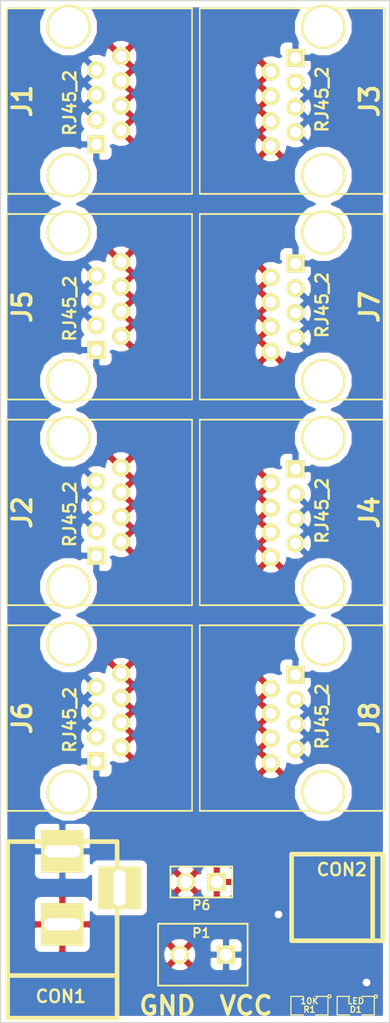
<source format=kicad_pcb>
(kicad_pcb (version 3) (host pcbnew "(22-Jun-2014 BZR 4027)-stable")

  (general
    (links 73)
    (no_connects 0)
    (area 18.999999 21.539999 51.5366 105.608121)
    (thickness 1.6)
    (drawings 9)
    (tracks 16)
    (zones 0)
    (modules 14)
    (nets 4)
  )

  (page A4 portrait)
  (layers
    (15 F.Cu signal)
    (0 B.Cu signal)
    (16 B.Adhes user)
    (17 F.Adhes user)
    (18 B.Paste user)
    (19 F.Paste user)
    (20 B.SilkS user)
    (21 F.SilkS user)
    (22 B.Mask user)
    (23 F.Mask user)
    (24 Dwgs.User user)
    (25 Cmts.User user)
    (26 Eco1.User user)
    (27 Eco2.User user)
    (28 Edge.Cuts user)
  )

  (setup
    (last_trace_width 0.254)
    (user_trace_width 0.508)
    (user_trace_width 1.016)
    (trace_clearance 0.254)
    (zone_clearance 0.508)
    (zone_45_only no)
    (trace_min 0.254)
    (segment_width 0.2)
    (edge_width 0.1)
    (via_size 0.889)
    (via_drill 0.635)
    (via_min_size 0.889)
    (via_min_drill 0.508)
    (uvia_size 0.508)
    (uvia_drill 0.127)
    (uvias_allowed no)
    (uvia_min_size 0.508)
    (uvia_min_drill 0.127)
    (pcb_text_width 0.3)
    (pcb_text_size 1.5 1.5)
    (mod_edge_width 0.15)
    (mod_text_size 1 1)
    (mod_text_width 0.15)
    (pad_size 1.5 1.5)
    (pad_drill 0.6)
    (pad_to_mask_clearance 0)
    (aux_axis_origin 0 0)
    (visible_elements 7FFFFFFF)
    (pcbplotparams
      (layerselection 3178497)
      (usegerberextensions true)
      (excludeedgelayer true)
      (linewidth 0.150000)
      (plotframeref false)
      (viasonmask false)
      (mode 1)
      (useauxorigin false)
      (hpglpennumber 1)
      (hpglpenspeed 20)
      (hpglpendiameter 15)
      (hpglpenoverlay 2)
      (psnegative false)
      (psa4output false)
      (plotreference true)
      (plotvalue true)
      (plotothertext true)
      (plotinvisibletext false)
      (padsonsilk false)
      (subtractmaskfromsilk false)
      (outputformat 1)
      (mirror false)
      (drillshape 1)
      (scaleselection 1)
      (outputdirectory ""))
  )

  (net 0 "")
  (net 1 GND)
  (net 2 N-000005)
  (net 3 VCC)

  (net_class Default "This is the default net class."
    (clearance 0.254)
    (trace_width 0.254)
    (via_dia 0.889)
    (via_drill 0.635)
    (uvia_dia 0.508)
    (uvia_drill 0.127)
    (add_net "")
    (add_net GND)
    (add_net N-000005)
    (add_net VCC)
  )

  (module SM0805 (layer F.Cu) (tedit 5091495C) (tstamp 610E2185)
    (at 48.26 104.14 180)
    (path /610E1C25)
    (attr smd)
    (fp_text reference D1 (at 0 -0.3175 180) (layer F.SilkS)
      (effects (font (size 0.50038 0.50038) (thickness 0.10922)))
    )
    (fp_text value LED (at 0 0.381 180) (layer F.SilkS)
      (effects (font (size 0.50038 0.50038) (thickness 0.10922)))
    )
    (fp_circle (center -1.651 0.762) (end -1.651 0.635) (layer F.SilkS) (width 0.09906))
    (fp_line (start -0.508 0.762) (end -1.524 0.762) (layer F.SilkS) (width 0.09906))
    (fp_line (start -1.524 0.762) (end -1.524 -0.762) (layer F.SilkS) (width 0.09906))
    (fp_line (start -1.524 -0.762) (end -0.508 -0.762) (layer F.SilkS) (width 0.09906))
    (fp_line (start 0.508 -0.762) (end 1.524 -0.762) (layer F.SilkS) (width 0.09906))
    (fp_line (start 1.524 -0.762) (end 1.524 0.762) (layer F.SilkS) (width 0.09906))
    (fp_line (start 1.524 0.762) (end 0.508 0.762) (layer F.SilkS) (width 0.09906))
    (pad 1 smd rect (at -0.9525 0 180) (size 0.889 1.397)
      (layers F.Cu F.Paste F.Mask)
      (net 3 VCC)
    )
    (pad 2 smd rect (at 0.9525 0 180) (size 0.889 1.397)
      (layers F.Cu F.Paste F.Mask)
      (net 2 N-000005)
    )
    (model smd/chip_cms.wrl
      (at (xyz 0 0 0))
      (scale (xyz 0.1 0.1 0.1))
      (rotate (xyz 0 0 0))
    )
  )

  (module SM0805 (layer F.Cu) (tedit 5091495C) (tstamp 610E2192)
    (at 44.45 104.14 180)
    (path /610E1C34)
    (attr smd)
    (fp_text reference R1 (at 0 -0.3175 180) (layer F.SilkS)
      (effects (font (size 0.50038 0.50038) (thickness 0.10922)))
    )
    (fp_text value 10K (at 0 0.381 180) (layer F.SilkS)
      (effects (font (size 0.50038 0.50038) (thickness 0.10922)))
    )
    (fp_circle (center -1.651 0.762) (end -1.651 0.635) (layer F.SilkS) (width 0.09906))
    (fp_line (start -0.508 0.762) (end -1.524 0.762) (layer F.SilkS) (width 0.09906))
    (fp_line (start -1.524 0.762) (end -1.524 -0.762) (layer F.SilkS) (width 0.09906))
    (fp_line (start -1.524 -0.762) (end -0.508 -0.762) (layer F.SilkS) (width 0.09906))
    (fp_line (start 0.508 -0.762) (end 1.524 -0.762) (layer F.SilkS) (width 0.09906))
    (fp_line (start 1.524 -0.762) (end 1.524 0.762) (layer F.SilkS) (width 0.09906))
    (fp_line (start 1.524 0.762) (end 0.508 0.762) (layer F.SilkS) (width 0.09906))
    (pad 1 smd rect (at -0.9525 0 180) (size 0.889 1.397)
      (layers F.Cu F.Paste F.Mask)
      (net 2 N-000005)
    )
    (pad 2 smd rect (at 0.9525 0 180) (size 0.889 1.397)
      (layers F.Cu F.Paste F.Mask)
      (net 1 GND)
    )
    (model smd/chip_cms.wrl
      (at (xyz 0 0 0))
      (scale (xyz 0.1 0.1 0.1))
      (rotate (xyz 0 0 0))
    )
  )

  (module BARREL_JACK (layer F.Cu) (tedit 610EB650) (tstamp 610E21B1)
    (at 24.13 97.663 90)
    (descr "DC Barrel Jack")
    (tags "Power Jack")
    (path /610E143B)
    (fp_text reference CON1 (at -5.715 -0.127 180) (layer F.SilkS)
      (effects (font (size 1.016 1.016) (thickness 0.2032)))
    )
    (fp_text value BARREL_JACK (at 1.524 -3.175 90) (layer F.SilkS) hide
      (effects (font (size 1.016 1.016) (thickness 0.2032)))
    )
    (fp_line (start -4.0005 -4.50088) (end -4.0005 4.50088) (layer F.SilkS) (width 0.381))
    (fp_line (start -7.50062 -4.50088) (end -7.50062 4.50088) (layer F.SilkS) (width 0.381))
    (fp_line (start -7.50062 4.50088) (end 7.00024 4.50088) (layer F.SilkS) (width 0.381))
    (fp_line (start 7.00024 4.50088) (end 7.00024 -4.50088) (layer F.SilkS) (width 0.381))
    (fp_line (start 7.00024 -4.50088) (end -7.50062 -4.50088) (layer F.SilkS) (width 0.381))
    (pad 1 thru_hole rect (at 6.20014 0 90) (size 3.50012 3.50012) (drill oval 1.00076 2.99974)
      (layers *.Cu *.Mask F.SilkS)
      (net 3 VCC)
    )
    (pad 2 thru_hole rect (at 0.20066 0 90) (size 3.50012 3.50012) (drill oval 1.00076 2.99974)
      (layers *.Cu *.Mask F.SilkS)
      (net 1 GND)
    )
    (pad 3 thru_hole rect (at 3.2004 4.699 90) (size 3.50012 3.50012) (drill oval 2.99974 1.00076)
      (layers *.Cu *.Mask F.SilkS)
    )
  )

  (module PIN_ARRAY_2X1 (layer F.Cu) (tedit 4565C520) (tstamp 60E94635)
    (at 35.56 93.98 180)
    (descr "Connecteurs 2 pins")
    (tags "CONN DEV")
    (path /610E1F63)
    (fp_text reference P6 (at 0 -1.905 180) (layer F.SilkS)
      (effects (font (size 0.762 0.762) (thickness 0.1524)))
    )
    (fp_text value GND (at 0 -1.905 180) (layer F.SilkS) hide
      (effects (font (size 0.762 0.762) (thickness 0.1524)))
    )
    (fp_line (start -2.54 1.27) (end -2.54 -1.27) (layer F.SilkS) (width 0.1524))
    (fp_line (start -2.54 -1.27) (end 2.54 -1.27) (layer F.SilkS) (width 0.1524))
    (fp_line (start 2.54 -1.27) (end 2.54 1.27) (layer F.SilkS) (width 0.1524))
    (fp_line (start 2.54 1.27) (end -2.54 1.27) (layer F.SilkS) (width 0.1524))
    (pad 1 thru_hole rect (at -1.27 0 180) (size 1.524 1.524) (drill 1.016)
      (layers *.Cu *.Mask F.SilkS)
      (net 1 GND)
    )
    (pad 2 thru_hole circle (at 1.27 0 180) (size 1.524 1.524) (drill 1.016)
      (layers *.Cu *.Mask F.SilkS)
      (net 1 GND)
    )
    (model pin_array/pins_array_2x1.wrl
      (at (xyz 0 0 0))
      (scale (xyz 1 1 1))
      (rotate (xyz 0 0 0))
    )
  )

  (module RJ45_8_io0 (layer F.Cu) (tedit 5E9D6976) (tstamp 610EB321)
    (at 24.638 29.845 270)
    (tags RJ45_8_io0)
    (path /610EADFD)
    (fp_text reference J1 (at 0 3.81 270) (layer F.SilkS)
      (effects (font (size 1.524 1.524) (thickness 0.3048)))
    )
    (fp_text value RJ45_2 (at 0.14224 -0.1016 270) (layer F.SilkS)
      (effects (font (size 1.00076 1.00076) (thickness 0.2032)))
    )
    (fp_line (start 7.62 -10.16) (end 7.62 5.08) (layer F.SilkS) (width 0.15))
    (fp_line (start -7.62 5.08) (end 7.62 5.08) (layer F.SilkS) (width 0.15))
    (fp_line (start -7.62 -10.16) (end -7.62 5.08) (layer F.SilkS) (width 0.15))
    (fp_line (start 7.62 -10.16) (end -7.62 -10.16) (layer F.SilkS) (width 0.127))
    (pad Hole thru_hole circle (at 6.096 0 270) (size 3.64998 3.64998) (drill 3.2512)
      (layers *.Cu *.Mask F.SilkS)
    )
    (pad Hole thru_hole circle (at -6.096 0 270) (size 3.64998 3.64998) (drill 3.2512)
      (layers *.Cu *.Mask F.SilkS)
    )
    (pad 1 thru_hole rect (at 3.556 -2.286 90) (size 1.50114 1.50114) (drill 0.89916)
      (layers *.Cu *.Mask F.SilkS)
      (net 3 VCC)
    )
    (pad 2 thru_hole circle (at 2.413 -4.318 90) (size 1.50114 1.50114) (drill 0.89916)
      (layers *.Cu *.Mask F.SilkS)
      (net 1 GND)
    )
    (pad 3 thru_hole circle (at 1.524 -2.286 90) (size 1.50114 1.50114) (drill 0.89916)
      (layers *.Cu *.Mask F.SilkS)
      (net 3 VCC)
    )
    (pad 4 thru_hole circle (at 0.381 -4.318 90) (size 1.50114 1.50114) (drill 0.89916)
      (layers *.Cu *.Mask F.SilkS)
      (net 1 GND)
    )
    (pad 5 thru_hole circle (at -0.508 -2.286 90) (size 1.50114 1.50114) (drill 0.89916)
      (layers *.Cu *.Mask F.SilkS)
      (net 3 VCC)
    )
    (pad 6 thru_hole circle (at -1.651 -4.318 90) (size 1.50114 1.50114) (drill 0.89916)
      (layers *.Cu *.Mask F.SilkS)
      (net 1 GND)
    )
    (pad 7 thru_hole circle (at -2.54 -2.286 90) (size 1.50114 1.50114) (drill 0.89916)
      (layers *.Cu *.Mask F.SilkS)
      (net 3 VCC)
    )
    (pad 8 thru_hole circle (at -3.683 -4.318 90) (size 1.50114 1.50114) (drill 0.89916)
      (layers *.Cu *.Mask F.SilkS)
      (net 1 GND)
    )
    (model connectors/RJ45_8.wrl
      (at (xyz 0 0 0))
      (scale (xyz 0.4 0.4 0.4))
      (rotate (xyz 0 0 0))
    )
  )

  (module RJ45_8_io0 (layer F.Cu) (tedit 5E9D6976) (tstamp 610EB333)
    (at 24.638 46.736 270)
    (tags RJ45_8_io0)
    (path /610EAE66)
    (fp_text reference J5 (at 0 3.81 270) (layer F.SilkS)
      (effects (font (size 1.524 1.524) (thickness 0.3048)))
    )
    (fp_text value RJ45_2 (at 0.14224 -0.1016 270) (layer F.SilkS)
      (effects (font (size 1.00076 1.00076) (thickness 0.2032)))
    )
    (fp_line (start 7.62 -10.16) (end 7.62 5.08) (layer F.SilkS) (width 0.15))
    (fp_line (start -7.62 5.08) (end 7.62 5.08) (layer F.SilkS) (width 0.15))
    (fp_line (start -7.62 -10.16) (end -7.62 5.08) (layer F.SilkS) (width 0.15))
    (fp_line (start 7.62 -10.16) (end -7.62 -10.16) (layer F.SilkS) (width 0.127))
    (pad Hole thru_hole circle (at 6.096 0 270) (size 3.64998 3.64998) (drill 3.2512)
      (layers *.Cu *.Mask F.SilkS)
    )
    (pad Hole thru_hole circle (at -6.096 0 270) (size 3.64998 3.64998) (drill 3.2512)
      (layers *.Cu *.Mask F.SilkS)
    )
    (pad 1 thru_hole rect (at 3.556 -2.286 90) (size 1.50114 1.50114) (drill 0.89916)
      (layers *.Cu *.Mask F.SilkS)
      (net 3 VCC)
    )
    (pad 2 thru_hole circle (at 2.413 -4.318 90) (size 1.50114 1.50114) (drill 0.89916)
      (layers *.Cu *.Mask F.SilkS)
      (net 1 GND)
    )
    (pad 3 thru_hole circle (at 1.524 -2.286 90) (size 1.50114 1.50114) (drill 0.89916)
      (layers *.Cu *.Mask F.SilkS)
      (net 3 VCC)
    )
    (pad 4 thru_hole circle (at 0.381 -4.318 90) (size 1.50114 1.50114) (drill 0.89916)
      (layers *.Cu *.Mask F.SilkS)
      (net 1 GND)
    )
    (pad 5 thru_hole circle (at -0.508 -2.286 90) (size 1.50114 1.50114) (drill 0.89916)
      (layers *.Cu *.Mask F.SilkS)
      (net 3 VCC)
    )
    (pad 6 thru_hole circle (at -1.651 -4.318 90) (size 1.50114 1.50114) (drill 0.89916)
      (layers *.Cu *.Mask F.SilkS)
      (net 1 GND)
    )
    (pad 7 thru_hole circle (at -2.54 -2.286 90) (size 1.50114 1.50114) (drill 0.89916)
      (layers *.Cu *.Mask F.SilkS)
      (net 3 VCC)
    )
    (pad 8 thru_hole circle (at -3.683 -4.318 90) (size 1.50114 1.50114) (drill 0.89916)
      (layers *.Cu *.Mask F.SilkS)
      (net 1 GND)
    )
    (model connectors/RJ45_8.wrl
      (at (xyz 0 0 0))
      (scale (xyz 0.4 0.4 0.4))
      (rotate (xyz 0 0 0))
    )
  )

  (module RJ45_8_io0 (layer F.Cu) (tedit 5E9D6976) (tstamp 610EB345)
    (at 24.638 63.627 270)
    (tags RJ45_8_io0)
    (path /610EAEF1)
    (fp_text reference J2 (at 0 3.81 270) (layer F.SilkS)
      (effects (font (size 1.524 1.524) (thickness 0.3048)))
    )
    (fp_text value RJ45_2 (at 0.14224 -0.1016 270) (layer F.SilkS)
      (effects (font (size 1.00076 1.00076) (thickness 0.2032)))
    )
    (fp_line (start 7.62 -10.16) (end 7.62 5.08) (layer F.SilkS) (width 0.15))
    (fp_line (start -7.62 5.08) (end 7.62 5.08) (layer F.SilkS) (width 0.15))
    (fp_line (start -7.62 -10.16) (end -7.62 5.08) (layer F.SilkS) (width 0.15))
    (fp_line (start 7.62 -10.16) (end -7.62 -10.16) (layer F.SilkS) (width 0.127))
    (pad Hole thru_hole circle (at 6.096 0 270) (size 3.64998 3.64998) (drill 3.2512)
      (layers *.Cu *.Mask F.SilkS)
    )
    (pad Hole thru_hole circle (at -6.096 0 270) (size 3.64998 3.64998) (drill 3.2512)
      (layers *.Cu *.Mask F.SilkS)
    )
    (pad 1 thru_hole rect (at 3.556 -2.286 90) (size 1.50114 1.50114) (drill 0.89916)
      (layers *.Cu *.Mask F.SilkS)
      (net 3 VCC)
    )
    (pad 2 thru_hole circle (at 2.413 -4.318 90) (size 1.50114 1.50114) (drill 0.89916)
      (layers *.Cu *.Mask F.SilkS)
      (net 1 GND)
    )
    (pad 3 thru_hole circle (at 1.524 -2.286 90) (size 1.50114 1.50114) (drill 0.89916)
      (layers *.Cu *.Mask F.SilkS)
      (net 3 VCC)
    )
    (pad 4 thru_hole circle (at 0.381 -4.318 90) (size 1.50114 1.50114) (drill 0.89916)
      (layers *.Cu *.Mask F.SilkS)
      (net 1 GND)
    )
    (pad 5 thru_hole circle (at -0.508 -2.286 90) (size 1.50114 1.50114) (drill 0.89916)
      (layers *.Cu *.Mask F.SilkS)
      (net 3 VCC)
    )
    (pad 6 thru_hole circle (at -1.651 -4.318 90) (size 1.50114 1.50114) (drill 0.89916)
      (layers *.Cu *.Mask F.SilkS)
      (net 1 GND)
    )
    (pad 7 thru_hole circle (at -2.54 -2.286 90) (size 1.50114 1.50114) (drill 0.89916)
      (layers *.Cu *.Mask F.SilkS)
      (net 3 VCC)
    )
    (pad 8 thru_hole circle (at -3.683 -4.318 90) (size 1.50114 1.50114) (drill 0.89916)
      (layers *.Cu *.Mask F.SilkS)
      (net 1 GND)
    )
    (model connectors/RJ45_8.wrl
      (at (xyz 0 0 0))
      (scale (xyz 0.4 0.4 0.4))
      (rotate (xyz 0 0 0))
    )
  )

  (module RJ45_8_io0 (layer F.Cu) (tedit 5E9D6976) (tstamp 610EB357)
    (at 24.638 80.518 270)
    (tags RJ45_8_io0)
    (path /610EAEF8)
    (fp_text reference J6 (at 0 3.81 270) (layer F.SilkS)
      (effects (font (size 1.524 1.524) (thickness 0.3048)))
    )
    (fp_text value RJ45_2 (at 0.14224 -0.1016 270) (layer F.SilkS)
      (effects (font (size 1.00076 1.00076) (thickness 0.2032)))
    )
    (fp_line (start 7.62 -10.16) (end 7.62 5.08) (layer F.SilkS) (width 0.15))
    (fp_line (start -7.62 5.08) (end 7.62 5.08) (layer F.SilkS) (width 0.15))
    (fp_line (start -7.62 -10.16) (end -7.62 5.08) (layer F.SilkS) (width 0.15))
    (fp_line (start 7.62 -10.16) (end -7.62 -10.16) (layer F.SilkS) (width 0.127))
    (pad Hole thru_hole circle (at 6.096 0 270) (size 3.64998 3.64998) (drill 3.2512)
      (layers *.Cu *.Mask F.SilkS)
    )
    (pad Hole thru_hole circle (at -6.096 0 270) (size 3.64998 3.64998) (drill 3.2512)
      (layers *.Cu *.Mask F.SilkS)
    )
    (pad 1 thru_hole rect (at 3.556 -2.286 90) (size 1.50114 1.50114) (drill 0.89916)
      (layers *.Cu *.Mask F.SilkS)
      (net 3 VCC)
    )
    (pad 2 thru_hole circle (at 2.413 -4.318 90) (size 1.50114 1.50114) (drill 0.89916)
      (layers *.Cu *.Mask F.SilkS)
      (net 1 GND)
    )
    (pad 3 thru_hole circle (at 1.524 -2.286 90) (size 1.50114 1.50114) (drill 0.89916)
      (layers *.Cu *.Mask F.SilkS)
      (net 3 VCC)
    )
    (pad 4 thru_hole circle (at 0.381 -4.318 90) (size 1.50114 1.50114) (drill 0.89916)
      (layers *.Cu *.Mask F.SilkS)
      (net 1 GND)
    )
    (pad 5 thru_hole circle (at -0.508 -2.286 90) (size 1.50114 1.50114) (drill 0.89916)
      (layers *.Cu *.Mask F.SilkS)
      (net 3 VCC)
    )
    (pad 6 thru_hole circle (at -1.651 -4.318 90) (size 1.50114 1.50114) (drill 0.89916)
      (layers *.Cu *.Mask F.SilkS)
      (net 1 GND)
    )
    (pad 7 thru_hole circle (at -2.54 -2.286 90) (size 1.50114 1.50114) (drill 0.89916)
      (layers *.Cu *.Mask F.SilkS)
      (net 3 VCC)
    )
    (pad 8 thru_hole circle (at -3.683 -4.318 90) (size 1.50114 1.50114) (drill 0.89916)
      (layers *.Cu *.Mask F.SilkS)
      (net 1 GND)
    )
    (model connectors/RJ45_8.wrl
      (at (xyz 0 0 0))
      (scale (xyz 0.4 0.4 0.4))
      (rotate (xyz 0 0 0))
    )
  )

  (module RJ45_8_io0 (layer F.Cu) (tedit 5E9D6976) (tstamp 610EB369)
    (at 45.593 29.845 90)
    (tags RJ45_8_io0)
    (path /610EAF28)
    (fp_text reference J3 (at 0 3.81 90) (layer F.SilkS)
      (effects (font (size 1.524 1.524) (thickness 0.3048)))
    )
    (fp_text value RJ45_2 (at 0.14224 -0.1016 90) (layer F.SilkS)
      (effects (font (size 1.00076 1.00076) (thickness 0.2032)))
    )
    (fp_line (start 7.62 -10.16) (end 7.62 5.08) (layer F.SilkS) (width 0.15))
    (fp_line (start -7.62 5.08) (end 7.62 5.08) (layer F.SilkS) (width 0.15))
    (fp_line (start -7.62 -10.16) (end -7.62 5.08) (layer F.SilkS) (width 0.15))
    (fp_line (start 7.62 -10.16) (end -7.62 -10.16) (layer F.SilkS) (width 0.127))
    (pad Hole thru_hole circle (at 6.096 0 90) (size 3.64998 3.64998) (drill 3.2512)
      (layers *.Cu *.Mask F.SilkS)
    )
    (pad Hole thru_hole circle (at -6.096 0 90) (size 3.64998 3.64998) (drill 3.2512)
      (layers *.Cu *.Mask F.SilkS)
    )
    (pad 1 thru_hole rect (at 3.556 -2.286 270) (size 1.50114 1.50114) (drill 0.89916)
      (layers *.Cu *.Mask F.SilkS)
      (net 3 VCC)
    )
    (pad 2 thru_hole circle (at 2.413 -4.318 270) (size 1.50114 1.50114) (drill 0.89916)
      (layers *.Cu *.Mask F.SilkS)
      (net 1 GND)
    )
    (pad 3 thru_hole circle (at 1.524 -2.286 270) (size 1.50114 1.50114) (drill 0.89916)
      (layers *.Cu *.Mask F.SilkS)
      (net 3 VCC)
    )
    (pad 4 thru_hole circle (at 0.381 -4.318 270) (size 1.50114 1.50114) (drill 0.89916)
      (layers *.Cu *.Mask F.SilkS)
      (net 1 GND)
    )
    (pad 5 thru_hole circle (at -0.508 -2.286 270) (size 1.50114 1.50114) (drill 0.89916)
      (layers *.Cu *.Mask F.SilkS)
      (net 3 VCC)
    )
    (pad 6 thru_hole circle (at -1.651 -4.318 270) (size 1.50114 1.50114) (drill 0.89916)
      (layers *.Cu *.Mask F.SilkS)
      (net 1 GND)
    )
    (pad 7 thru_hole circle (at -2.54 -2.286 270) (size 1.50114 1.50114) (drill 0.89916)
      (layers *.Cu *.Mask F.SilkS)
      (net 3 VCC)
    )
    (pad 8 thru_hole circle (at -3.683 -4.318 270) (size 1.50114 1.50114) (drill 0.89916)
      (layers *.Cu *.Mask F.SilkS)
      (net 1 GND)
    )
    (model connectors/RJ45_8.wrl
      (at (xyz 0 0 0))
      (scale (xyz 0.4 0.4 0.4))
      (rotate (xyz 0 0 0))
    )
  )

  (module RJ45_8_io0 (layer F.Cu) (tedit 5E9D6976) (tstamp 610EB37B)
    (at 45.593 46.736 90)
    (tags RJ45_8_io0)
    (path /610EAF2E)
    (fp_text reference J7 (at 0 3.81 90) (layer F.SilkS)
      (effects (font (size 1.524 1.524) (thickness 0.3048)))
    )
    (fp_text value RJ45_2 (at 0.14224 -0.1016 90) (layer F.SilkS)
      (effects (font (size 1.00076 1.00076) (thickness 0.2032)))
    )
    (fp_line (start 7.62 -10.16) (end 7.62 5.08) (layer F.SilkS) (width 0.15))
    (fp_line (start -7.62 5.08) (end 7.62 5.08) (layer F.SilkS) (width 0.15))
    (fp_line (start -7.62 -10.16) (end -7.62 5.08) (layer F.SilkS) (width 0.15))
    (fp_line (start 7.62 -10.16) (end -7.62 -10.16) (layer F.SilkS) (width 0.127))
    (pad Hole thru_hole circle (at 6.096 0 90) (size 3.64998 3.64998) (drill 3.2512)
      (layers *.Cu *.Mask F.SilkS)
    )
    (pad Hole thru_hole circle (at -6.096 0 90) (size 3.64998 3.64998) (drill 3.2512)
      (layers *.Cu *.Mask F.SilkS)
    )
    (pad 1 thru_hole rect (at 3.556 -2.286 270) (size 1.50114 1.50114) (drill 0.89916)
      (layers *.Cu *.Mask F.SilkS)
      (net 3 VCC)
    )
    (pad 2 thru_hole circle (at 2.413 -4.318 270) (size 1.50114 1.50114) (drill 0.89916)
      (layers *.Cu *.Mask F.SilkS)
      (net 1 GND)
    )
    (pad 3 thru_hole circle (at 1.524 -2.286 270) (size 1.50114 1.50114) (drill 0.89916)
      (layers *.Cu *.Mask F.SilkS)
      (net 3 VCC)
    )
    (pad 4 thru_hole circle (at 0.381 -4.318 270) (size 1.50114 1.50114) (drill 0.89916)
      (layers *.Cu *.Mask F.SilkS)
      (net 1 GND)
    )
    (pad 5 thru_hole circle (at -0.508 -2.286 270) (size 1.50114 1.50114) (drill 0.89916)
      (layers *.Cu *.Mask F.SilkS)
      (net 3 VCC)
    )
    (pad 6 thru_hole circle (at -1.651 -4.318 270) (size 1.50114 1.50114) (drill 0.89916)
      (layers *.Cu *.Mask F.SilkS)
      (net 1 GND)
    )
    (pad 7 thru_hole circle (at -2.54 -2.286 270) (size 1.50114 1.50114) (drill 0.89916)
      (layers *.Cu *.Mask F.SilkS)
      (net 3 VCC)
    )
    (pad 8 thru_hole circle (at -3.683 -4.318 270) (size 1.50114 1.50114) (drill 0.89916)
      (layers *.Cu *.Mask F.SilkS)
      (net 1 GND)
    )
    (model connectors/RJ45_8.wrl
      (at (xyz 0 0 0))
      (scale (xyz 0.4 0.4 0.4))
      (rotate (xyz 0 0 0))
    )
  )

  (module RJ45_8_io0 (layer F.Cu) (tedit 5E9D6976) (tstamp 610EB38D)
    (at 45.593 63.627 90)
    (tags RJ45_8_io0)
    (path /610EAF34)
    (fp_text reference J4 (at 0 3.81 90) (layer F.SilkS)
      (effects (font (size 1.524 1.524) (thickness 0.3048)))
    )
    (fp_text value RJ45_2 (at 0.14224 -0.1016 90) (layer F.SilkS)
      (effects (font (size 1.00076 1.00076) (thickness 0.2032)))
    )
    (fp_line (start 7.62 -10.16) (end 7.62 5.08) (layer F.SilkS) (width 0.15))
    (fp_line (start -7.62 5.08) (end 7.62 5.08) (layer F.SilkS) (width 0.15))
    (fp_line (start -7.62 -10.16) (end -7.62 5.08) (layer F.SilkS) (width 0.15))
    (fp_line (start 7.62 -10.16) (end -7.62 -10.16) (layer F.SilkS) (width 0.127))
    (pad Hole thru_hole circle (at 6.096 0 90) (size 3.64998 3.64998) (drill 3.2512)
      (layers *.Cu *.Mask F.SilkS)
    )
    (pad Hole thru_hole circle (at -6.096 0 90) (size 3.64998 3.64998) (drill 3.2512)
      (layers *.Cu *.Mask F.SilkS)
    )
    (pad 1 thru_hole rect (at 3.556 -2.286 270) (size 1.50114 1.50114) (drill 0.89916)
      (layers *.Cu *.Mask F.SilkS)
      (net 3 VCC)
    )
    (pad 2 thru_hole circle (at 2.413 -4.318 270) (size 1.50114 1.50114) (drill 0.89916)
      (layers *.Cu *.Mask F.SilkS)
      (net 1 GND)
    )
    (pad 3 thru_hole circle (at 1.524 -2.286 270) (size 1.50114 1.50114) (drill 0.89916)
      (layers *.Cu *.Mask F.SilkS)
      (net 3 VCC)
    )
    (pad 4 thru_hole circle (at 0.381 -4.318 270) (size 1.50114 1.50114) (drill 0.89916)
      (layers *.Cu *.Mask F.SilkS)
      (net 1 GND)
    )
    (pad 5 thru_hole circle (at -0.508 -2.286 270) (size 1.50114 1.50114) (drill 0.89916)
      (layers *.Cu *.Mask F.SilkS)
      (net 3 VCC)
    )
    (pad 6 thru_hole circle (at -1.651 -4.318 270) (size 1.50114 1.50114) (drill 0.89916)
      (layers *.Cu *.Mask F.SilkS)
      (net 1 GND)
    )
    (pad 7 thru_hole circle (at -2.54 -2.286 270) (size 1.50114 1.50114) (drill 0.89916)
      (layers *.Cu *.Mask F.SilkS)
      (net 3 VCC)
    )
    (pad 8 thru_hole circle (at -3.683 -4.318 270) (size 1.50114 1.50114) (drill 0.89916)
      (layers *.Cu *.Mask F.SilkS)
      (net 1 GND)
    )
    (model connectors/RJ45_8.wrl
      (at (xyz 0 0 0))
      (scale (xyz 0.4 0.4 0.4))
      (rotate (xyz 0 0 0))
    )
  )

  (module RJ45_8_io0 (layer F.Cu) (tedit 5E9D6976) (tstamp 610EB39F)
    (at 45.593 80.518 90)
    (tags RJ45_8_io0)
    (path /610EAF3A)
    (fp_text reference J8 (at 0 3.81 90) (layer F.SilkS)
      (effects (font (size 1.524 1.524) (thickness 0.3048)))
    )
    (fp_text value RJ45_2 (at 0.14224 -0.1016 90) (layer F.SilkS)
      (effects (font (size 1.00076 1.00076) (thickness 0.2032)))
    )
    (fp_line (start 7.62 -10.16) (end 7.62 5.08) (layer F.SilkS) (width 0.15))
    (fp_line (start -7.62 5.08) (end 7.62 5.08) (layer F.SilkS) (width 0.15))
    (fp_line (start -7.62 -10.16) (end -7.62 5.08) (layer F.SilkS) (width 0.15))
    (fp_line (start 7.62 -10.16) (end -7.62 -10.16) (layer F.SilkS) (width 0.127))
    (pad Hole thru_hole circle (at 6.096 0 90) (size 3.64998 3.64998) (drill 3.2512)
      (layers *.Cu *.Mask F.SilkS)
    )
    (pad Hole thru_hole circle (at -6.096 0 90) (size 3.64998 3.64998) (drill 3.2512)
      (layers *.Cu *.Mask F.SilkS)
    )
    (pad 1 thru_hole rect (at 3.556 -2.286 270) (size 1.50114 1.50114) (drill 0.89916)
      (layers *.Cu *.Mask F.SilkS)
      (net 3 VCC)
    )
    (pad 2 thru_hole circle (at 2.413 -4.318 270) (size 1.50114 1.50114) (drill 0.89916)
      (layers *.Cu *.Mask F.SilkS)
      (net 1 GND)
    )
    (pad 3 thru_hole circle (at 1.524 -2.286 270) (size 1.50114 1.50114) (drill 0.89916)
      (layers *.Cu *.Mask F.SilkS)
      (net 3 VCC)
    )
    (pad 4 thru_hole circle (at 0.381 -4.318 270) (size 1.50114 1.50114) (drill 0.89916)
      (layers *.Cu *.Mask F.SilkS)
      (net 1 GND)
    )
    (pad 5 thru_hole circle (at -0.508 -2.286 270) (size 1.50114 1.50114) (drill 0.89916)
      (layers *.Cu *.Mask F.SilkS)
      (net 3 VCC)
    )
    (pad 6 thru_hole circle (at -1.651 -4.318 270) (size 1.50114 1.50114) (drill 0.89916)
      (layers *.Cu *.Mask F.SilkS)
      (net 1 GND)
    )
    (pad 7 thru_hole circle (at -2.54 -2.286 270) (size 1.50114 1.50114) (drill 0.89916)
      (layers *.Cu *.Mask F.SilkS)
      (net 3 VCC)
    )
    (pad 8 thru_hole circle (at -3.683 -4.318 270) (size 1.50114 1.50114) (drill 0.89916)
      (layers *.Cu *.Mask F.SilkS)
      (net 1 GND)
    )
    (model connectors/RJ45_8.wrl
      (at (xyz 0 0 0))
      (scale (xyz 0.4 0.4 0.4))
      (rotate (xyz 0 0 0))
    )
  )

  (module KLEMENS_3 (layer F.Cu) (tedit 610EC57C) (tstamp 60E9463F)
    (at 36.068 99.949 180)
    (descr "Connecteurs 2 pins")
    (tags "CONN DEV")
    (path /60E943C9)
    (fp_text reference P1 (at 0.508 1.778 180) (layer F.SilkS)
      (effects (font (size 0.762 0.762) (thickness 0.1524)))
    )
    (fp_text value KLEMENS_1 (at 0.508 -1.524 180) (layer F.SilkS) hide
      (effects (font (size 0.762 0.762) (thickness 0.1524)))
    )
    (fp_line (start 4.064 2.54) (end 1.778 2.54) (layer F.SilkS) (width 0.15))
    (fp_line (start 1.778 -2.54) (end 4.064 -2.54) (layer F.SilkS) (width 0.15))
    (fp_line (start -3.302 2.54) (end -3.302 0) (layer F.SilkS) (width 0.15))
    (fp_line (start 4.064 0) (end 4.064 2.54) (layer F.SilkS) (width 0.15))
    (fp_line (start -3.302 0) (end -3.302 -2.54) (layer F.SilkS) (width 0.1524))
    (fp_line (start -3.302 -2.54) (end 1.778 -2.54) (layer F.SilkS) (width 0.1524))
    (fp_line (start 4.064 -2.54) (end 4.064 0) (layer F.SilkS) (width 0.1524))
    (fp_line (start 1.778 2.54) (end -3.302 2.54) (layer F.SilkS) (width 0.1524))
    (pad 1 thru_hole rect (at -1.524 0 180) (size 1.524 1.524) (drill 1.016)
      (layers *.Cu *.Mask F.SilkS)
      (net 3 VCC)
    )
    (pad 2 thru_hole circle (at 2.286 0 180) (size 1.524 1.524) (drill 1.016)
      (layers *.Cu *.Mask F.SilkS)
      (net 1 GND)
    )
    (model pin_array/pins_array_2x1.wrl
      (at (xyz 0 0 0))
      (scale (xyz 1 1 1))
      (rotate (xyz 0 0 0))
    )
  )

  (module USB_MICRO_B (layer F.Cu) (tedit 6121F77B) (tstamp 610E21A5)
    (at 47.625 94.996 180)
    (descr "USB Mini-B 5-pin SMD connector")
    (tags "USB, Mini-B, connector")
    (path /6116C32E)
    (fp_text reference CON2 (at 0.508 2.032 180) (layer F.SilkS)
      (effects (font (size 1.016 1.016) (thickness 0.2032)))
    )
    (fp_text value "MICRO USB" (at 0.762 -2.54 180) (layer F.SilkS) hide
      (effects (font (size 1.016 1.016) (thickness 0.2032)))
    )
    (fp_line (start -2.794 3.302) (end 4.572 3.302) (layer F.SilkS) (width 0.381))
    (fp_line (start 4.572 -3.81) (end -2.794 -3.81) (layer F.SilkS) (width 0.381))
    (fp_line (start 4.6355 -3.81) (end 4.6355 3.302) (layer F.SilkS) (width 0.381))
    (fp_line (start -2.8575 -3.81) (end -2.8575 3.302) (layer F.SilkS) (width 0.381))
    (fp_line (start -2.032 -3.81) (end -2.032 3.302) (layer F.SilkS) (width 0.381))
    (pad 1 smd rect (at 3.44932 -1.6002 180) (size 2.30124 0.4)
      (layers F.Cu F.Paste F.Mask)
      (net 3 VCC)
    )
    (pad 2 smd rect (at 3.429 -0.889 180) (size 2.30124 0.4)
      (layers F.Cu F.Paste F.Mask)
    )
    (pad 3 smd rect (at 3.429 -0.254 180) (size 2.30124 0.4)
      (layers F.Cu F.Paste F.Mask)
    )
    (pad 4 smd rect (at 3.429 0.381 180) (size 2.30124 0.4)
      (layers F.Cu F.Paste F.Mask)
    )
    (pad 5 smd rect (at 3.429 1.016 180) (size 2.30124 0.4)
      (layers F.Cu F.Paste F.Mask)
      (net 1 GND)
    )
    (pad 6 smd rect (at 0.127 -3.683 180) (size 2.49936 1.99898)
      (layers F.Cu F.Paste F.Mask)
    )
    (pad 6 smd rect (at 0.127 3.175 180) (size 2.49936 1.99898)
      (layers F.Cu F.Paste F.Mask)
    )
  )

  (gr_line (start 51.054 21.59) (end 51.054 105.537) (angle 90) (layer Edge.Cuts) (width 0.1))
  (gr_line (start 19.05 21.717) (end 19.05 21.59) (angle 90) (layer Edge.Cuts) (width 0.1))
  (gr_line (start 19.05 105.537) (end 19.05 21.717) (angle 90) (layer Edge.Cuts) (width 0.1))
  (gr_line (start 36.83 21.59) (end 51.054 21.59) (angle 90) (layer Edge.Cuts) (width 0.1))
  (gr_line (start 36.83 105.537) (end 51.054 105.537) (angle 90) (layer Edge.Cuts) (width 0.1))
  (gr_text GND (at 32.766 104.14) (layer F.SilkS)
    (effects (font (size 1.5 1.5) (thickness 0.3)))
  )
  (gr_text VCC (at 39.243 104.14) (layer F.SilkS)
    (effects (font (size 1.5 1.5) (thickness 0.3)))
  )
  (gr_line (start 36.83 21.59) (end 19.05 21.59) (angle 90) (layer Edge.Cuts) (width 0.1))
  (gr_line (start 19.05 105.537) (end 36.83 105.537) (angle 90) (layer Edge.Cuts) (width 0.1))

  (segment (start 40.132 94.234) (end 40.386 93.98) (width 0.254) (layer F.Cu) (net 1))
  (segment (start 43.4975 102.2985) (end 43.053 101.854) (width 0.254) (layer F.Cu) (net 1) (tstamp 610EB869))
  (segment (start 43.053 101.854) (end 41.656 101.854) (width 0.254) (layer F.Cu) (net 1) (tstamp 610EB86B))
  (segment (start 41.656 101.854) (end 41.148 101.346) (width 0.254) (layer F.Cu) (net 1) (tstamp 610EB86C))
  (segment (start 41.148 101.346) (end 41.148 98.552) (width 0.254) (layer F.Cu) (net 1) (tstamp 610EB86E))
  (segment (start 41.148 98.552) (end 40.132 97.536) (width 0.254) (layer F.Cu) (net 1) (tstamp 610EB870))
  (segment (start 40.132 97.536) (end 40.132 94.234) (width 0.254) (layer F.Cu) (net 1) (tstamp 610EB873))
  (segment (start 43.4975 104.14) (end 43.4975 102.2985) (width 0.254) (layer F.Cu) (net 1))
  (segment (start 40.386 93.98) (end 44.196 93.98) (width 0.254) (layer F.Cu) (net 1) (tstamp 6116C487))
  (segment (start 45.4025 104.14) (end 47.3075 104.14) (width 0.254) (layer F.Cu) (net 2))
  (segment (start 49.2125 104.14) (end 49.2125 102.2985) (width 0.254) (layer F.Cu) (net 3))
  (via (at 49.149 102.235) (size 0.889) (layers F.Cu B.Cu) (net 3))
  (segment (start 49.2125 102.2985) (end 49.149 102.235) (width 0.254) (layer F.Cu) (net 3) (tstamp 610EB7C0))
  (segment (start 44.17568 96.5962) (end 41.9608 96.5962) (width 0.254) (layer F.Cu) (net 3))
  (via (at 41.91 96.647) (size 0.889) (layers F.Cu B.Cu) (net 3))
  (segment (start 41.9608 96.5962) (end 41.91 96.647) (width 0.254) (layer F.Cu) (net 3) (tstamp 610EB7AB))

  (zone (net 1) (net_name GND) (layer F.Cu) (tstamp 610EB6C5) (hatch edge 0.508)
    (connect_pads (clearance 0.508))
    (min_thickness 0.254)
    (fill (arc_segments 16) (thermal_gap 0.508) (thermal_bridge_width 0.508))
    (polygon
      (pts
        (xy 19.05 21.59) (xy 51.054 21.59) (xy 51.054 105.537) (xy 19.05 105.537)
      )
    )
    (filled_polygon
      (pts
        (xy 50.369 104.852) (xy 50.291988 104.852) (xy 50.29211 104.712745) (xy 50.29211 103.315745) (xy 50.195641 103.082271)
        (xy 50.017168 102.903487) (xy 50.010214 102.900599) (xy 50.063622 102.847286) (xy 50.228313 102.450668) (xy 50.228687 102.021216)
        (xy 50.064689 101.624311) (xy 49.761286 101.320378) (xy 49.38279 101.163211) (xy 49.38279 99.552735) (xy 49.38279 97.553755)
        (xy 49.38279 92.694735) (xy 49.38279 90.695755) (xy 49.286321 90.462281) (xy 49.107848 90.283497) (xy 48.874544 90.186621)
        (xy 48.621925 90.1864) (xy 48.053416 90.1864) (xy 48.053416 86.126825) (xy 48.053416 73.934825) (xy 47.679694 73.030348)
        (xy 46.988292 72.337738) (xy 46.349071 72.07231) (xy 46.984652 71.809694) (xy 47.677262 71.118292) (xy 48.052562 70.214469)
        (xy 48.053416 69.235825) (xy 48.053416 57.043825) (xy 47.679694 56.139348) (xy 46.988292 55.446738) (xy 46.349071 55.18131)
        (xy 46.984652 54.918694) (xy 47.677262 54.227292) (xy 48.052562 53.323469) (xy 48.053416 52.344825) (xy 48.053416 40.152825)
        (xy 47.679694 39.248348) (xy 46.988292 38.555738) (xy 46.349071 38.29031) (xy 46.984652 38.027694) (xy 47.677262 37.336292)
        (xy 48.052562 36.432469) (xy 48.053416 35.453825) (xy 47.679694 34.549348) (xy 46.988292 33.856738) (xy 46.084469 33.481438)
        (xy 45.105825 33.480584) (xy 44.201348 33.854306) (xy 43.508738 34.545708) (xy 43.133438 35.449531) (xy 43.132584 36.428175)
        (xy 43.506306 37.332652) (xy 44.197708 38.025262) (xy 44.836928 38.290689) (xy 44.201348 38.553306) (xy 43.508738 39.244708)
        (xy 43.133438 40.148531) (xy 43.132584 41.127175) (xy 43.408242 41.79432) (xy 42.430675 41.79432) (xy 42.197201 41.890789)
        (xy 42.067324 42.02044) (xy 42.067324 34.49993) (xy 41.275 33.707605) (xy 41.095395 33.88721) (xy 41.095395 33.528)
        (xy 40.30307 32.735676) (xy 40.06207 32.803736) (xy 39.877235 33.323035) (xy 39.905197 33.873539) (xy 40.06207 34.252264)
        (xy 40.30307 34.320324) (xy 41.095395 33.528) (xy 41.095395 33.88721) (xy 40.482676 34.49993) (xy 40.550736 34.74093)
        (xy 41.070035 34.925765) (xy 41.620539 34.897803) (xy 41.999264 34.74093) (xy 42.067324 34.49993) (xy 42.067324 42.02044)
        (xy 42.018417 42.069262) (xy 41.921541 42.302566) (xy 41.92132 42.555185) (xy 41.92132 43.082327) (xy 41.479965 42.925235)
        (xy 40.929461 42.953197) (xy 40.550736 43.11007) (xy 40.482676 43.35107) (xy 41.275 44.143395) (xy 41.289142 44.129252)
        (xy 41.468747 44.308857) (xy 41.454605 44.323) (xy 41.468747 44.337142) (xy 41.289142 44.516747) (xy 41.275 44.502605)
        (xy 41.095395 44.68221) (xy 41.095395 44.323) (xy 40.30307 43.530676) (xy 40.06207 43.598736) (xy 39.877235 44.118035)
        (xy 39.905197 44.668539) (xy 40.06207 45.047264) (xy 40.30307 45.115324) (xy 41.095395 44.323) (xy 41.095395 44.68221)
        (xy 40.695498 45.082107) (xy 40.550736 45.14207) (xy 40.517363 45.260242) (xy 40.482676 45.29493) (xy 40.495121 45.339)
        (xy 40.482676 45.38307) (xy 40.517363 45.417757) (xy 40.550736 45.53593) (xy 40.682398 45.582792) (xy 41.275 46.175395)
        (xy 41.289142 46.161252) (xy 41.468747 46.340857) (xy 41.454605 46.355) (xy 41.468747 46.369142) (xy 41.289142 46.548747)
        (xy 41.275 46.534605) (xy 41.095395 46.71421) (xy 41.095395 46.355) (xy 40.30307 45.562676) (xy 40.06207 45.630736)
        (xy 39.877235 46.150035) (xy 39.905197 46.700539) (xy 40.06207 47.079264) (xy 40.30307 47.147324) (xy 41.095395 46.355)
        (xy 41.095395 46.71421) (xy 40.695498 47.114107) (xy 40.550736 47.17407) (xy 40.517363 47.292242) (xy 40.482676 47.32693)
        (xy 40.495121 47.371) (xy 40.482676 47.41507) (xy 40.517363 47.449757) (xy 40.550736 47.56793) (xy 40.682398 47.614792)
        (xy 41.275 48.207395) (xy 41.289142 48.193252) (xy 41.468747 48.372857) (xy 41.454605 48.387) (xy 41.468747 48.401142)
        (xy 41.289142 48.580747) (xy 41.275 48.566605) (xy 41.095395 48.74621) (xy 41.095395 48.387) (xy 40.30307 47.594676)
        (xy 40.06207 47.662736) (xy 39.877235 48.182035) (xy 39.905197 48.732539) (xy 40.06207 49.111264) (xy 40.30307 49.179324)
        (xy 41.095395 48.387) (xy 41.095395 48.74621) (xy 40.695498 49.146107) (xy 40.550736 49.20607) (xy 40.517363 49.324242)
        (xy 40.482676 49.35893) (xy 40.495121 49.403) (xy 40.482676 49.44707) (xy 40.517363 49.481757) (xy 40.550736 49.59993)
        (xy 40.682398 49.646792) (xy 41.275 50.239395) (xy 41.289142 50.225252) (xy 41.468747 50.404857) (xy 41.454605 50.419)
        (xy 42.24693 51.211324) (xy 42.48793 51.143264) (xy 42.672765 50.623965) (xy 42.667002 50.510521) (xy 43.030184 50.661328)
        (xy 43.581398 50.661809) (xy 44.090836 50.451313) (xy 44.480943 50.061887) (xy 44.692328 49.552816) (xy 44.692809 49.001602)
        (xy 44.482313 48.492164) (xy 44.250491 48.259936) (xy 44.480943 48.029887) (xy 44.692328 47.520816) (xy 44.692809 46.969602)
        (xy 44.482313 46.460164) (xy 44.250491 46.227936) (xy 44.480943 45.997887) (xy 44.692328 45.488816) (xy 44.692809 44.937602)
        (xy 44.482313 44.428164) (xy 44.470136 44.415966) (xy 44.595583 44.290738) (xy 44.692459 44.057434) (xy 44.69268 43.804815)
        (xy 44.69268 42.929792) (xy 45.101531 43.099562) (xy 46.080175 43.100416) (xy 46.984652 42.726694) (xy 47.677262 42.035292)
        (xy 48.052562 41.131469) (xy 48.053416 40.152825) (xy 48.053416 52.344825) (xy 47.679694 51.440348) (xy 46.988292 50.747738)
        (xy 46.084469 50.372438) (xy 45.105825 50.371584) (xy 44.201348 50.745306) (xy 43.508738 51.436708) (xy 43.133438 52.340531)
        (xy 43.132584 53.319175) (xy 43.506306 54.223652) (xy 44.197708 54.916262) (xy 44.836928 55.181689) (xy 44.201348 55.444306)
        (xy 43.508738 56.135708) (xy 43.133438 57.039531) (xy 43.132584 58.018175) (xy 43.408242 58.68532) (xy 42.430675 58.68532)
        (xy 42.197201 58.781789) (xy 42.067324 58.91144) (xy 42.067324 51.39093) (xy 41.275 50.598605) (xy 41.095395 50.77821)
        (xy 41.095395 50.419) (xy 40.30307 49.626676) (xy 40.06207 49.694736) (xy 39.877235 50.214035) (xy 39.905197 50.764539)
        (xy 40.06207 51.143264) (xy 40.30307 51.211324) (xy 41.095395 50.419) (xy 41.095395 50.77821) (xy 40.482676 51.39093)
        (xy 40.550736 51.63193) (xy 41.070035 51.816765) (xy 41.620539 51.788803) (xy 41.999264 51.63193) (xy 42.067324 51.39093)
        (xy 42.067324 58.91144) (xy 42.018417 58.960262) (xy 41.921541 59.193566) (xy 41.92132 59.446185) (xy 41.92132 59.973327)
        (xy 41.479965 59.816235) (xy 40.929461 59.844197) (xy 40.550736 60.00107) (xy 40.482676 60.24207) (xy 41.275 61.034395)
        (xy 41.289142 61.020252) (xy 41.468747 61.199857) (xy 41.454605 61.214) (xy 41.468747 61.228142) (xy 41.289142 61.407747)
        (xy 41.275 61.393605) (xy 41.095395 61.57321) (xy 41.095395 61.214) (xy 40.30307 60.421676) (xy 40.06207 60.489736)
        (xy 39.877235 61.009035) (xy 39.905197 61.559539) (xy 40.06207 61.938264) (xy 40.30307 62.006324) (xy 41.095395 61.214)
        (xy 41.095395 61.57321) (xy 40.695498 61.973107) (xy 40.550736 62.03307) (xy 40.517363 62.151242) (xy 40.482676 62.18593)
        (xy 40.495121 62.23) (xy 40.482676 62.27407) (xy 40.517363 62.308757) (xy 40.550736 62.42693) (xy 40.682398 62.473792)
        (xy 41.275 63.066395) (xy 41.289142 63.052252) (xy 41.468747 63.231857) (xy 41.454605 63.246) (xy 41.468747 63.260142)
        (xy 41.289142 63.439747) (xy 41.275 63.425605) (xy 41.095395 63.60521) (xy 41.095395 63.246) (xy 40.30307 62.453676)
        (xy 40.06207 62.521736) (xy 39.877235 63.041035) (xy 39.905197 63.591539) (xy 40.06207 63.970264) (xy 40.30307 64.038324)
        (xy 41.095395 63.246) (xy 41.095395 63.60521) (xy 40.695498 64.005107) (xy 40.550736 64.06507) (xy 40.517363 64.183242)
        (xy 40.482676 64.21793) (xy 40.495121 64.262) (xy 40.482676 64.30607) (xy 40.517363 64.340757) (xy 40.550736 64.45893)
        (xy 40.682398 64.505792) (xy 41.275 65.098395) (xy 41.289142 65.084252) (xy 41.468747 65.263857) (xy 41.454605 65.278)
        (xy 41.468747 65.292142) (xy 41.289142 65.471747) (xy 41.275 65.457605) (xy 41.095395 65.63721) (xy 41.095395 65.278)
        (xy 40.30307 64.485676) (xy 40.06207 64.553736) (xy 39.877235 65.073035) (xy 39.905197 65.623539) (xy 40.06207 66.002264)
        (xy 40.30307 66.070324) (xy 41.095395 65.278) (xy 41.095395 65.63721) (xy 40.695498 66.037107) (xy 40.550736 66.09707)
        (xy 40.517363 66.215242) (xy 40.482676 66.24993) (xy 40.495121 66.294) (xy 40.482676 66.33807) (xy 40.517363 66.372757)
        (xy 40.550736 66.49093) (xy 40.682398 66.537792) (xy 41.275 67.130395) (xy 41.289142 67.116252) (xy 41.468747 67.295857)
        (xy 41.454605 67.31) (xy 42.24693 68.102324) (xy 42.48793 68.034264) (xy 42.672765 67.514965) (xy 42.667002 67.401521)
        (xy 43.030184 67.552328) (xy 43.581398 67.552809) (xy 44.090836 67.342313) (xy 44.480943 66.952887) (xy 44.692328 66.443816)
        (xy 44.692809 65.892602) (xy 44.482313 65.383164) (xy 44.250491 65.150936) (xy 44.480943 64.920887) (xy 44.692328 64.411816)
        (xy 44.692809 63.860602) (xy 44.482313 63.351164) (xy 44.250491 63.118936) (xy 44.480943 62.888887) (xy 44.692328 62.379816)
        (xy 44.692809 61.828602) (xy 44.482313 61.319164) (xy 44.470136 61.306966) (xy 44.595583 61.181738) (xy 44.692459 60.948434)
        (xy 44.69268 60.695815) (xy 44.69268 59.820792) (xy 45.101531 59.990562) (xy 46.080175 59.991416) (xy 46.984652 59.617694)
        (xy 47.677262 58.926292) (xy 48.052562 58.022469) (xy 48.053416 57.043825) (xy 48.053416 69.235825) (xy 47.679694 68.331348)
        (xy 46.988292 67.638738) (xy 46.084469 67.263438) (xy 45.105825 67.262584) (xy 44.201348 67.636306) (xy 43.508738 68.327708)
        (xy 43.133438 69.231531) (xy 43.132584 70.210175) (xy 43.506306 71.114652) (xy 44.197708 71.807262) (xy 44.836928 72.072689)
        (xy 44.201348 72.335306) (xy 43.508738 73.026708) (xy 43.133438 73.930531) (xy 43.132584 74.909175) (xy 43.408242 75.57632)
        (xy 42.430675 75.57632) (xy 42.197201 75.672789) (xy 42.067324 75.80244) (xy 42.067324 68.28193) (xy 41.275 67.489605)
        (xy 41.095395 67.66921) (xy 41.095395 67.31) (xy 40.30307 66.517676) (xy 40.06207 66.585736) (xy 39.877235 67.105035)
        (xy 39.905197 67.655539) (xy 40.06207 68.034264) (xy 40.30307 68.102324) (xy 41.095395 67.31) (xy 41.095395 67.66921)
        (xy 40.482676 68.28193) (xy 40.550736 68.52293) (xy 41.070035 68.707765) (xy 41.620539 68.679803) (xy 41.999264 68.52293)
        (xy 42.067324 68.28193) (xy 42.067324 75.80244) (xy 42.018417 75.851262) (xy 41.921541 76.084566) (xy 41.92132 76.337185)
        (xy 41.92132 76.864327) (xy 41.479965 76.707235) (xy 40.929461 76.735197) (xy 40.550736 76.89207) (xy 40.482676 77.13307)
        (xy 41.275 77.925395) (xy 41.289142 77.911252) (xy 41.468747 78.090857) (xy 41.454605 78.105) (xy 41.468747 78.119142)
        (xy 41.289142 78.298747) (xy 41.275 78.284605) (xy 41.095395 78.46421) (xy 41.095395 78.105) (xy 40.30307 77.312676)
        (xy 40.06207 77.380736) (xy 39.877235 77.900035) (xy 39.905197 78.450539) (xy 40.06207 78.829264) (xy 40.30307 78.897324)
        (xy 41.095395 78.105) (xy 41.095395 78.46421) (xy 40.695498 78.864107) (xy 40.550736 78.92407) (xy 40.517363 79.042242)
        (xy 40.482676 79.07693) (xy 40.495121 79.120999) (xy 40.482676 79.16507) (xy 40.517363 79.199757) (xy 40.550736 79.31793)
        (xy 40.682398 79.364792) (xy 41.275 79.957395) (xy 41.289142 79.943252) (xy 41.468747 80.122857) (xy 41.454605 80.137)
        (xy 41.468747 80.151142) (xy 41.289142 80.330747) (xy 41.275 80.316605) (xy 41.095395 80.49621) (xy 41.095395 80.137)
        (xy 40.30307 79.344676) (xy 40.06207 79.412736) (xy 39.877235 79.932035) (xy 39.905197 80.482539) (xy 40.06207 80.861264)
        (xy 40.30307 80.929324) (xy 41.095395 80.137) (xy 41.095395 80.49621) (xy 40.695498 80.896107) (xy 40.550736 80.95607)
        (xy 40.517363 81.074242) (xy 40.482676 81.10893) (xy 40.495121 81.152999) (xy 40.482676 81.19707) (xy 40.517363 81.231757)
        (xy 40.550736 81.34993) (xy 40.682398 81.396792) (xy 41.275 81.989395) (xy 41.289142 81.975252) (xy 41.468747 82.154857)
        (xy 41.454605 82.169) (xy 41.468747 82.183142) (xy 41.289142 82.362747) (xy 41.275 82.348605) (xy 41.095395 82.52821)
        (xy 41.095395 82.169) (xy 40.30307 81.376676) (xy 40.06207 81.444736) (xy 39.877235 81.964035) (xy 39.905197 82.514539)
        (xy 40.06207 82.893264) (xy 40.30307 82.961324) (xy 41.095395 82.169) (xy 41.095395 82.52821) (xy 40.695498 82.928107)
        (xy 40.550736 82.98807) (xy 40.517363 83.106242) (xy 40.482676 83.14093) (xy 40.495121 83.184999) (xy 40.482676 83.22907)
        (xy 40.517363 83.263757) (xy 40.550736 83.38193) (xy 40.682398 83.428792) (xy 41.275 84.021395) (xy 41.289142 84.007252)
        (xy 41.468747 84.186857) (xy 41.454605 84.201) (xy 42.24693 84.993324) (xy 42.48793 84.925264) (xy 42.672765 84.405965)
        (xy 42.667002 84.292521) (xy 43.030184 84.443328) (xy 43.581398 84.443809) (xy 44.090836 84.233313) (xy 44.480943 83.843887)
        (xy 44.692328 83.334816) (xy 44.692809 82.783602) (xy 44.482313 82.274164) (xy 44.250491 82.041936) (xy 44.480943 81.811887)
        (xy 44.692328 81.302816) (xy 44.692809 80.751602) (xy 44.482313 80.242164) (xy 44.250491 80.009936) (xy 44.480943 79.779887)
        (xy 44.692328 79.270816) (xy 44.692809 78.719602) (xy 44.482313 78.210164) (xy 44.470136 78.197966) (xy 44.595583 78.072738)
        (xy 44.692459 77.839434) (xy 44.69268 77.586815) (xy 44.69268 76.711792) (xy 45.101531 76.881562) (xy 46.080175 76.882416)
        (xy 46.984652 76.508694) (xy 47.677262 75.817292) (xy 48.052562 74.913469) (xy 48.053416 73.934825) (xy 48.053416 86.126825)
        (xy 47.679694 85.222348) (xy 46.988292 84.529738) (xy 46.084469 84.154438) (xy 45.105825 84.153584) (xy 44.201348 84.527306)
        (xy 43.508738 85.218708) (xy 43.133438 86.122531) (xy 43.132584 87.101175) (xy 43.506306 88.005652) (xy 44.197708 88.698262)
        (xy 45.101531 89.073562) (xy 46.080175 89.074416) (xy 46.984652 88.700694) (xy 47.677262 88.009292) (xy 48.052562 87.105469)
        (xy 48.053416 86.126825) (xy 48.053416 90.1864) (xy 46.122565 90.1864) (xy 45.889091 90.282869) (xy 45.710307 90.461342)
        (xy 45.613431 90.694646) (xy 45.61321 90.947265) (xy 45.61321 92.946245) (xy 45.709679 93.179719) (xy 45.888152 93.358503)
        (xy 46.121456 93.455379) (xy 46.374075 93.4556) (xy 48.873435 93.4556) (xy 49.106909 93.359131) (xy 49.285693 93.180658)
        (xy 49.382569 92.947354) (xy 49.38279 92.694735) (xy 49.38279 97.553755) (xy 49.286321 97.320281) (xy 49.107848 97.141497)
        (xy 48.874544 97.044621) (xy 48.621925 97.0444) (xy 46.122565 97.0444) (xy 45.98173 97.102591) (xy 45.98173 95.959245)
        (xy 45.98173 95.559245) (xy 45.981524 95.558748) (xy 45.98173 95.324245) (xy 45.98173 94.924245) (xy 45.981524 94.923748)
        (xy 45.98173 94.689245) (xy 45.98173 94.289245) (xy 45.981524 94.288748) (xy 45.981568 94.238698) (xy 45.946252 94.203382)
        (xy 45.885261 94.055771) (xy 45.709795 93.88) (xy 45.82287 93.88) (xy 45.981568 93.721301) (xy 45.981509 93.653136)
        (xy 45.884633 93.419832) (xy 45.705849 93.241359) (xy 45.472375 93.14489) (xy 44.48175 93.145) (xy 44.323 93.30375)
        (xy 44.323 93.77989) (xy 44.069 93.77989) (xy 44.069 93.30375) (xy 43.91025 93.145) (xy 42.919625 93.14489)
        (xy 42.686151 93.241359) (xy 42.507367 93.419832) (xy 42.410491 93.653136) (xy 42.410431 93.721301) (xy 42.56913 93.88)
        (xy 42.682503 93.88) (xy 42.507367 94.054832) (xy 42.445638 94.203491) (xy 42.410431 94.238698) (xy 42.410482 94.297499)
        (xy 42.41027 94.540755) (xy 42.41027 94.940755) (xy 42.410475 94.941251) (xy 42.41027 95.175755) (xy 42.41027 95.575755)
        (xy 42.410475 95.576251) (xy 42.410379 95.68591) (xy 42.125668 95.567687) (xy 42.067324 95.567636) (xy 42.067324 85.17293)
        (xy 41.275 84.380605) (xy 41.095395 84.56021) (xy 41.095395 84.201) (xy 40.30307 83.408676) (xy 40.06207 83.476736)
        (xy 39.877235 83.996035) (xy 39.905197 84.546539) (xy 40.06207 84.925264) (xy 40.30307 84.993324) (xy 41.095395 84.201)
        (xy 41.095395 84.56021) (xy 40.482676 85.17293) (xy 40.550736 85.41393) (xy 41.070035 85.598765) (xy 41.620539 85.570803)
        (xy 41.999264 85.41393) (xy 42.067324 85.17293) (xy 42.067324 95.567636) (xy 41.696216 95.567313) (xy 41.299311 95.731311)
        (xy 40.995378 96.034714) (xy 40.830687 96.431332) (xy 40.830313 96.860784) (xy 40.994311 97.257689) (xy 41.297714 97.561622)
        (xy 41.694332 97.726313) (xy 42.123784 97.726687) (xy 42.520689 97.562689) (xy 42.72469 97.359043) (xy 42.898196 97.431089)
        (xy 43.150815 97.43131) (xy 45.452055 97.43131) (xy 45.685529 97.334841) (xy 45.864313 97.156368) (xy 45.961189 96.923064)
        (xy 45.96141 96.670445) (xy 45.96141 96.270445) (xy 45.959302 96.265343) (xy 45.981509 96.211864) (xy 45.98173 95.959245)
        (xy 45.98173 97.102591) (xy 45.889091 97.140869) (xy 45.710307 97.319342) (xy 45.613431 97.552646) (xy 45.61321 97.805265)
        (xy 45.61321 99.804245) (xy 45.709679 100.037719) (xy 45.888152 100.216503) (xy 46.121456 100.313379) (xy 46.374075 100.3136)
        (xy 48.873435 100.3136) (xy 49.106909 100.217131) (xy 49.285693 100.038658) (xy 49.382569 99.805354) (xy 49.38279 99.552735)
        (xy 49.38279 101.163211) (xy 49.364668 101.155687) (xy 48.935216 101.155313) (xy 48.538311 101.319311) (xy 48.234378 101.622714)
        (xy 48.069687 102.019332) (xy 48.069313 102.448784) (xy 48.233311 102.845689) (xy 48.349472 102.962053) (xy 48.259897 103.051473)
        (xy 48.112168 102.903487) (xy 47.878864 102.806611) (xy 47.626245 102.80639) (xy 46.737245 102.80639) (xy 46.503771 102.902859)
        (xy 46.354897 103.051473) (xy 46.207168 102.903487) (xy 45.973864 102.806611) (xy 45.721245 102.80639) (xy 44.832245 102.80639)
        (xy 44.598771 102.902859) (xy 44.45 103.051371) (xy 44.301229 102.902859) (xy 44.067755 102.80639) (xy 43.78325 102.8065)
        (xy 43.6245 102.96525) (xy 43.6245 104.013) (xy 43.6445 104.013) (xy 43.6445 104.267) (xy 43.6245 104.267)
        (xy 43.6245 104.287) (xy 43.3705 104.287) (xy 43.3705 104.267) (xy 43.3705 104.013) (xy 43.3705 102.96525)
        (xy 43.21175 102.8065) (xy 42.927245 102.80639) (xy 42.693771 102.902859) (xy 42.514987 103.081332) (xy 42.418111 103.314636)
        (xy 42.41789 103.567255) (xy 42.418 103.85425) (xy 42.57675 104.013) (xy 43.3705 104.013) (xy 43.3705 104.267)
        (xy 42.57675 104.267) (xy 42.418 104.42575) (xy 42.41789 104.712745) (xy 42.418011 104.852) (xy 38.98911 104.852)
        (xy 38.98911 100.585245) (xy 38.98911 99.061245) (xy 38.892641 98.827771) (xy 38.714168 98.648987) (xy 38.480864 98.552111)
        (xy 38.228245 98.55189) (xy 38.22711 98.55189) (xy 38.22711 94.616245) (xy 38.22711 93.343755) (xy 38.226889 93.091136)
        (xy 38.130013 92.857832) (xy 37.951229 92.679359) (xy 37.717755 92.58289) (xy 37.11575 92.583) (xy 36.957 92.74175)
        (xy 36.957 93.853) (xy 38.06825 93.853) (xy 38.227 93.69425) (xy 38.22711 93.343755) (xy 38.22711 94.616245)
        (xy 38.227 94.26575) (xy 38.06825 94.107) (xy 36.957 94.107) (xy 36.957 95.21825) (xy 37.11575 95.377)
        (xy 37.717755 95.37711) (xy 37.951229 95.280641) (xy 38.130013 95.102168) (xy 38.226889 94.868864) (xy 38.22711 94.616245)
        (xy 38.22711 98.55189) (xy 36.704245 98.55189) (xy 36.703 98.552404) (xy 36.703 95.21825) (xy 36.703 94.107)
        (xy 36.683 94.107) (xy 36.683 93.853) (xy 36.703 93.853) (xy 36.703 92.74175) (xy 36.54425 92.583)
        (xy 35.942245 92.58289) (xy 35.708771 92.679359) (xy 35.529987 92.857832) (xy 35.433111 93.091136) (xy 35.432992 93.226083)
        (xy 35.270212 93.179393) (xy 35.090607 93.358998) (xy 35.090607 92.999788) (xy 35.021142 92.757604) (xy 34.497696 92.570857)
        (xy 33.942631 92.59864) (xy 33.558858 92.757604) (xy 33.489393 92.999788) (xy 34.29 93.800395) (xy 35.090607 92.999788)
        (xy 35.090607 93.358998) (xy 34.469605 93.98) (xy 35.270212 94.780607) (xy 35.432992 94.733916) (xy 35.433111 94.868864)
        (xy 35.529987 95.102168) (xy 35.708771 95.280641) (xy 35.942245 95.37711) (xy 36.54425 95.377) (xy 36.703 95.21825)
        (xy 36.703 98.552404) (xy 36.470771 98.648359) (xy 36.291987 98.826832) (xy 36.195111 99.060136) (xy 36.19489 99.312755)
        (xy 36.19489 100.836755) (xy 36.291359 101.070229) (xy 36.469832 101.249013) (xy 36.703136 101.345889) (xy 36.955755 101.34611)
        (xy 38.479755 101.34611) (xy 38.713229 101.249641) (xy 38.892013 101.071168) (xy 38.988889 100.837864) (xy 38.98911 100.585245)
        (xy 38.98911 104.852) (xy 36.83 104.852) (xy 35.191143 104.852) (xy 35.191143 100.156696) (xy 35.16336 99.601631)
        (xy 35.090607 99.425989) (xy 35.090607 94.960212) (xy 34.29 94.159605) (xy 34.110395 94.33921) (xy 34.110395 93.98)
        (xy 33.309788 93.179393) (xy 33.067604 93.248858) (xy 32.880857 93.772304) (xy 32.90864 94.327369) (xy 33.067604 94.711142)
        (xy 33.309788 94.780607) (xy 34.110395 93.98) (xy 34.110395 94.33921) (xy 33.489393 94.960212) (xy 33.558858 95.202396)
        (xy 34.082304 95.389143) (xy 34.637369 95.36136) (xy 35.021142 95.202396) (xy 35.090607 94.960212) (xy 35.090607 99.425989)
        (xy 35.004396 99.217858) (xy 34.762212 99.148393) (xy 34.582607 99.327998) (xy 34.582607 98.968788) (xy 34.513142 98.726604)
        (xy 33.989696 98.539857) (xy 33.434631 98.56764) (xy 33.050858 98.726604) (xy 32.981393 98.968788) (xy 33.782 99.769395)
        (xy 34.582607 98.968788) (xy 34.582607 99.327998) (xy 33.961605 99.949) (xy 34.762212 100.749607) (xy 35.004396 100.680142)
        (xy 35.191143 100.156696) (xy 35.191143 104.852) (xy 34.582607 104.852) (xy 34.582607 100.929212) (xy 33.782 100.128605)
        (xy 33.602395 100.30821) (xy 33.602395 99.949) (xy 32.801788 99.148393) (xy 32.559604 99.217858) (xy 32.372857 99.741304)
        (xy 32.40064 100.296369) (xy 32.559604 100.680142) (xy 32.801788 100.749607) (xy 33.602395 99.949) (xy 33.602395 100.30821)
        (xy 32.981393 100.929212) (xy 33.050858 101.171396) (xy 33.574304 101.358143) (xy 34.129369 101.33036) (xy 34.513142 101.171396)
        (xy 34.582607 100.929212) (xy 34.582607 104.852) (xy 31.21417 104.852) (xy 31.21417 96.086905) (xy 31.21417 92.586785)
        (xy 31.117701 92.353311) (xy 30.939228 92.174527) (xy 30.705924 92.077651) (xy 30.453305 92.07743) (xy 30.353765 92.07743)
        (xy 30.353765 83.135965) (xy 30.353765 81.103965) (xy 30.353765 79.071965) (xy 30.353765 77.039965) (xy 30.353765 66.244965)
        (xy 30.353765 64.212965) (xy 30.353765 62.180965) (xy 30.353765 60.148965) (xy 30.353765 49.353965) (xy 30.353765 47.321965)
        (xy 30.353765 45.289965) (xy 30.353765 43.257965) (xy 30.353765 32.462965) (xy 30.353765 30.430965) (xy 30.353765 28.398965)
        (xy 30.353765 26.366965) (xy 30.325803 25.816461) (xy 30.16893 25.437736) (xy 29.92793 25.369676) (xy 29.748324 25.549281)
        (xy 29.748324 25.19007) (xy 29.680264 24.94907) (xy 29.160965 24.764235) (xy 28.610461 24.792197) (xy 28.231736 24.94907)
        (xy 28.163676 25.19007) (xy 28.956 25.982395) (xy 29.748324 25.19007) (xy 29.748324 25.549281) (xy 29.135605 26.162)
        (xy 29.92793 26.954324) (xy 30.16893 26.886264) (xy 30.353765 26.366965) (xy 30.353765 28.398965) (xy 30.325803 27.848461)
        (xy 30.16893 27.469736) (xy 29.92793 27.401676) (xy 29.135605 28.194) (xy 29.92793 28.986324) (xy 30.16893 28.918264)
        (xy 30.353765 28.398965) (xy 30.353765 30.430965) (xy 30.325803 29.880461) (xy 30.16893 29.501736) (xy 29.92793 29.433676)
        (xy 29.135605 30.226) (xy 29.92793 31.018324) (xy 30.16893 30.950264) (xy 30.353765 30.430965) (xy 30.353765 32.462965)
        (xy 30.325803 31.912461) (xy 30.16893 31.533736) (xy 29.92793 31.465676) (xy 29.135605 32.258) (xy 29.92793 33.050324)
        (xy 30.16893 32.982264) (xy 30.353765 32.462965) (xy 30.353765 43.257965) (xy 30.325803 42.707461) (xy 30.16893 42.328736)
        (xy 29.92793 42.260676) (xy 29.748324 42.440281) (xy 29.748324 42.08107) (xy 29.748324 33.22993) (xy 28.956 32.437605)
        (xy 28.941857 32.451747) (xy 28.762252 32.272142) (xy 28.776395 32.258) (xy 28.762252 32.243857) (xy 28.941857 32.064252)
        (xy 28.956 32.078395) (xy 29.535501 31.498892) (xy 29.680264 31.43893) (xy 29.713636 31.320757) (xy 29.748324 31.28607)
        (xy 29.735878 31.242) (xy 29.748324 31.19793) (xy 29.713636 31.163242) (xy 29.680264 31.04507) (xy 29.548601 30.998207)
        (xy 28.956 30.405605) (xy 28.941857 30.419747) (xy 28.762252 30.240142) (xy 28.776395 30.226) (xy 28.762252 30.211857)
        (xy 28.941857 30.032252) (xy 28.956 30.046395) (xy 29.535501 29.466892) (xy 29.680264 29.40693) (xy 29.713636 29.288757)
        (xy 29.748324 29.25407) (xy 29.735878 29.21) (xy 29.748324 29.16593) (xy 29.713636 29.131242) (xy 29.680264 29.01307)
        (xy 29.548601 28.966207) (xy 28.956 28.373605) (xy 28.941857 28.387747) (xy 28.762252 28.208142) (xy 28.776395 28.194)
        (xy 28.762252 28.179857) (xy 28.941857 28.000252) (xy 28.956 28.014395) (xy 29.535501 27.434892) (xy 29.680264 27.37493)
        (xy 29.713636 27.256757) (xy 29.748324 27.22207) (xy 29.735878 27.178) (xy 29.748324 27.13393) (xy 29.713636 27.099242)
        (xy 29.680264 26.98107) (xy 29.548601 26.934207) (xy 28.956 26.341605) (xy 28.941857 26.355747) (xy 28.762252 26.176142)
        (xy 28.776395 26.162) (xy 27.98407 25.369676) (xy 27.74307 25.437736) (xy 27.558235 25.957035) (xy 27.563997 26.070478)
        (xy 27.200816 25.919672) (xy 26.649602 25.919191) (xy 26.140164 26.129687) (xy 25.750057 26.519113) (xy 25.538672 27.028184)
        (xy 25.538191 27.579398) (xy 25.748687 28.088836) (xy 25.980508 28.321063) (xy 25.750057 28.551113) (xy 25.538672 29.060184)
        (xy 25.538191 29.611398) (xy 25.748687 30.120836) (xy 25.980508 30.353063) (xy 25.750057 30.583113) (xy 25.538672 31.092184)
        (xy 25.538191 31.643398) (xy 25.748687 32.152836) (xy 25.760863 32.165033) (xy 25.635417 32.290262) (xy 25.538541 32.523566)
        (xy 25.53832 32.776185) (xy 25.53832 33.651207) (xy 25.129469 33.481438) (xy 24.150825 33.480584) (xy 23.246348 33.854306)
        (xy 22.553738 34.545708) (xy 22.178438 35.449531) (xy 22.177584 36.428175) (xy 22.551306 37.332652) (xy 23.242708 38.025262)
        (xy 23.881928 38.290689) (xy 23.246348 38.553306) (xy 22.553738 39.244708) (xy 22.178438 40.148531) (xy 22.177584 41.127175)
        (xy 22.551306 42.031652) (xy 23.242708 42.724262) (xy 24.146531 43.099562) (xy 25.125175 43.100416) (xy 26.029652 42.726694)
        (xy 26.722262 42.035292) (xy 27.097562 41.131469) (xy 27.098416 40.152825) (xy 26.724694 39.248348) (xy 26.033292 38.555738)
        (xy 25.394071 38.29031) (xy 26.029652 38.027694) (xy 26.722262 37.336292) (xy 27.097562 36.432469) (xy 27.098416 35.453825)
        (xy 26.822757 34.78668) (xy 27.800325 34.78668) (xy 28.033799 34.690211) (xy 28.212583 34.511738) (xy 28.309459 34.278434)
        (xy 28.30968 34.025815) (xy 28.30968 33.498672) (xy 28.751035 33.655765) (xy 29.301539 33.627803) (xy 29.680264 33.47093)
        (xy 29.748324 33.22993) (xy 29.748324 42.08107) (xy 29.680264 41.84007) (xy 29.160965 41.655235) (xy 28.610461 41.683197)
        (xy 28.231736 41.84007) (xy 28.163676 42.08107) (xy 28.956 42.873395) (xy 29.748324 42.08107) (xy 29.748324 42.440281)
        (xy 29.135605 43.053) (xy 29.92793 43.845324) (xy 30.16893 43.777264) (xy 30.353765 43.257965) (xy 30.353765 45.289965)
        (xy 30.325803 44.739461) (xy 30.16893 44.360736) (xy 29.92793 44.292676) (xy 29.135605 45.085) (xy 29.92793 45.877324)
        (xy 30.16893 45.809264) (xy 30.353765 45.289965) (xy 30.353765 47.321965) (xy 30.325803 46.771461) (xy 30.16893 46.392736)
        (xy 29.92793 46.324676) (xy 29.135605 47.117) (xy 29.92793 47.909324) (xy 30.16893 47.841264) (xy 30.353765 47.321965)
        (xy 30.353765 49.353965) (xy 30.325803 48.803461) (xy 30.16893 48.424736) (xy 29.92793 48.356676) (xy 29.135605 49.149)
        (xy 29.92793 49.941324) (xy 30.16893 49.873264) (xy 30.353765 49.353965) (xy 30.353765 60.148965) (xy 30.325803 59.598461)
        (xy 30.16893 59.219736) (xy 29.92793 59.151676) (xy 29.748324 59.331281) (xy 29.748324 58.97207) (xy 29.748324 50.12093)
        (xy 28.956 49.328605) (xy 28.941857 49.342747) (xy 28.762252 49.163142) (xy 28.776395 49.149) (xy 28.762252 49.134857)
        (xy 28.941857 48.955252) (xy 28.956 48.969395) (xy 29.535501 48.389892) (xy 29.680264 48.32993) (xy 29.713636 48.211757)
        (xy 29.748324 48.17707) (xy 29.735878 48.133) (xy 29.748324 48.08893) (xy 29.713636 48.054242) (xy 29.680264 47.93607)
        (xy 29.548601 47.889207) (xy 28.956 47.296605) (xy 28.941857 47.310747) (xy 28.762252 47.131142) (xy 28.776395 47.117)
        (xy 28.762252 47.102857) (xy 28.941857 46.923252) (xy 28.956 46.937395) (xy 29.535501 46.357892) (xy 29.680264 46.29793)
        (xy 29.713636 46.179757) (xy 29.748324 46.14507) (xy 29.735878 46.101) (xy 29.748324 46.05693) (xy 29.713636 46.022242)
        (xy 29.680264 45.90407) (xy 29.548601 45.857207) (xy 28.956 45.264605) (xy 28.941857 45.278747) (xy 28.762252 45.099142)
        (xy 28.776395 45.085) (xy 28.762252 45.070857) (xy 28.941857 44.891252) (xy 28.956 44.905395) (xy 29.535501 44.325892)
        (xy 29.680264 44.26593) (xy 29.713636 44.147757) (xy 29.748324 44.11307) (xy 29.735878 44.069) (xy 29.748324 44.02493)
        (xy 29.713636 43.990242) (xy 29.680264 43.87207) (xy 29.548601 43.825207) (xy 28.956 43.232605) (xy 28.941857 43.246747)
        (xy 28.762252 43.067142) (xy 28.776395 43.053) (xy 27.98407 42.260676) (xy 27.74307 42.328736) (xy 27.558235 42.848035)
        (xy 27.563997 42.961478) (xy 27.200816 42.810672) (xy 26.649602 42.810191) (xy 26.140164 43.020687) (xy 25.750057 43.410113)
        (xy 25.538672 43.919184) (xy 25.538191 44.470398) (xy 25.748687 44.979836) (xy 25.980508 45.212063) (xy 25.750057 45.442113)
        (xy 25.538672 45.951184) (xy 25.538191 46.502398) (xy 25.748687 47.011836) (xy 25.980508 47.244063) (xy 25.750057 47.474113)
        (xy 25.538672 47.983184) (xy 25.538191 48.534398) (xy 25.748687 49.043836) (xy 25.760863 49.056033) (xy 25.635417 49.181262)
        (xy 25.538541 49.414566) (xy 25.53832 49.667185) (xy 25.53832 50.542207) (xy 25.129469 50.372438) (xy 24.150825 50.371584)
        (xy 23.246348 50.745306) (xy 22.553738 51.436708) (xy 22.178438 52.340531) (xy 22.177584 53.319175) (xy 22.551306 54.223652)
        (xy 23.242708 54.916262) (xy 23.881928 55.181689) (xy 23.246348 55.444306) (xy 22.553738 56.135708) (xy 22.178438 57.039531)
        (xy 22.177584 58.018175) (xy 22.551306 58.922652) (xy 23.242708 59.615262) (xy 24.146531 59.990562) (xy 25.125175 59.991416)
        (xy 26.029652 59.617694) (xy 26.722262 58.926292) (xy 27.097562 58.022469) (xy 27.098416 57.043825) (xy 26.724694 56.139348)
        (xy 26.033292 55.446738) (xy 25.394071 55.18131) (xy 26.029652 54.918694) (xy 26.722262 54.227292) (xy 27.097562 53.323469)
        (xy 27.098416 52.344825) (xy 26.822757 51.67768) (xy 27.800325 51.67768) (xy 28.033799 51.581211) (xy 28.212583 51.402738)
        (xy 28.309459 51.169434) (xy 28.30968 50.916815) (xy 28.30968 50.389672) (xy 28.751035 50.546765) (xy 29.301539 50.518803)
        (xy 29.680264 50.36193) (xy 29.748324 50.12093) (xy 29.748324 58.97207) (xy 29.680264 58.73107) (xy 29.160965 58.546235)
        (xy 28.610461 58.574197) (xy 28.231736 58.73107) (xy 28.163676 58.97207) (xy 28.956 59.764395) (xy 29.748324 58.97207)
        (xy 29.748324 59.331281) (xy 29.135605 59.944) (xy 29.92793 60.736324) (xy 30.16893 60.668264) (xy 30.353765 60.148965)
        (xy 30.353765 62.180965) (xy 30.325803 61.630461) (xy 30.16893 61.251736) (xy 29.92793 61.183676) (xy 29.135605 61.976)
        (xy 29.92793 62.768324) (xy 30.16893 62.700264) (xy 30.353765 62.180965) (xy 30.353765 64.212965) (xy 30.325803 63.662461)
        (xy 30.16893 63.283736) (xy 29.92793 63.215676) (xy 29.135605 64.008) (xy 29.92793 64.800324) (xy 30.16893 64.732264)
        (xy 30.353765 64.212965) (xy 30.353765 66.244965) (xy 30.325803 65.694461) (xy 30.16893 65.315736) (xy 29.92793 65.247676)
        (xy 29.135605 66.04) (xy 29.92793 66.832324) (xy 30.16893 66.764264) (xy 30.353765 66.244965) (xy 30.353765 77.039965)
        (xy 30.325803 76.489461) (xy 30.16893 76.110736) (xy 29.92793 76.042676) (xy 29.748324 76.222281) (xy 29.748324 75.86307)
        (xy 29.748324 67.01193) (xy 28.956 66.219605) (xy 28.941857 66.233747) (xy 28.762252 66.054142) (xy 28.776395 66.04)
        (xy 28.762252 66.025857) (xy 28.941857 65.846252) (xy 28.956 65.860395) (xy 29.535501 65.280892) (xy 29.680264 65.22093)
        (xy 29.713636 65.102757) (xy 29.748324 65.06807) (xy 29.735878 65.024) (xy 29.748324 64.97993) (xy 29.713636 64.945242)
        (xy 29.680264 64.82707) (xy 29.548601 64.780207) (xy 28.956 64.187605) (xy 28.941857 64.201747) (xy 28.762252 64.022142)
        (xy 28.776395 64.008) (xy 28.762252 63.993857) (xy 28.941857 63.814252) (xy 28.956 63.828395) (xy 29.535501 63.248892)
        (xy 29.680264 63.18893) (xy 29.713636 63.070757) (xy 29.748324 63.03607) (xy 29.735878 62.992) (xy 29.748324 62.94793)
        (xy 29.713636 62.913242) (xy 29.680264 62.79507) (xy 29.548601 62.748207) (xy 28.956 62.155605) (xy 28.941857 62.169747)
        (xy 28.762252 61.990142) (xy 28.776395 61.976) (xy 28.762252 61.961857) (xy 28.941857 61.782252) (xy 28.956 61.796395)
        (xy 29.535501 61.216892) (xy 29.680264 61.15693) (xy 29.713636 61.038757) (xy 29.748324 61.00407) (xy 29.735878 60.96)
        (xy 29.748324 60.91593) (xy 29.713636 60.881242) (xy 29.680264 60.76307) (xy 29.548601 60.716207) (xy 28.956 60.123605)
        (xy 28.941857 60.137747) (xy 28.762252 59.958142) (xy 28.776395 59.944) (xy 27.98407 59.151676) (xy 27.74307 59.219736)
        (xy 27.558235 59.739035) (xy 27.563997 59.852478) (xy 27.200816 59.701672) (xy 26.649602 59.701191) (xy 26.140164 59.911687)
        (xy 25.750057 60.301113) (xy 25.538672 60.810184) (xy 25.538191 61.361398) (xy 25.748687 61.870836) (xy 25.980508 62.103063)
        (xy 25.750057 62.333113) (xy 25.538672 62.842184) (xy 25.538191 63.393398) (xy 25.748687 63.902836) (xy 25.980508 64.135063)
        (xy 25.750057 64.365113) (xy 25.538672 64.874184) (xy 25.538191 65.425398) (xy 25.748687 65.934836) (xy 25.760863 65.947033)
        (xy 25.635417 66.072262) (xy 25.538541 66.305566) (xy 25.53832 66.558185) (xy 25.53832 67.433207) (xy 25.129469 67.263438)
        (xy 24.150825 67.262584) (xy 23.246348 67.636306) (xy 22.553738 68.327708) (xy 22.178438 69.231531) (xy 22.177584 70.210175)
        (xy 22.551306 71.114652) (xy 23.242708 71.807262) (xy 23.881928 72.072689) (xy 23.246348 72.335306) (xy 22.553738 73.026708)
        (xy 22.178438 73.930531) (xy 22.177584 74.909175) (xy 22.551306 75.813652) (xy 23.242708 76.506262) (xy 24.146531 76.881562)
        (xy 25.125175 76.882416) (xy 26.029652 76.508694) (xy 26.722262 75.817292) (xy 27.097562 74.913469) (xy 27.098416 73.934825)
        (xy 26.724694 73.030348) (xy 26.033292 72.337738) (xy 25.394071 72.07231) (xy 26.029652 71.809694) (xy 26.722262 71.118292)
        (xy 27.097562 70.214469) (xy 27.098416 69.235825) (xy 26.822757 68.56868) (xy 27.800325 68.56868) (xy 28.033799 68.472211)
        (xy 28.212583 68.293738) (xy 28.309459 68.060434) (xy 28.30968 67.807815) (xy 28.30968 67.280672) (xy 28.751035 67.437765)
        (xy 29.301539 67.409803) (xy 29.680264 67.25293) (xy 29.748324 67.01193) (xy 29.748324 75.86307) (xy 29.680264 75.62207)
        (xy 29.160965 75.437235) (xy 28.610461 75.465197) (xy 28.231736 75.62207) (xy 28.163676 75.86307) (xy 28.956 76.655395)
        (xy 29.748324 75.86307) (xy 29.748324 76.222281) (xy 29.135605 76.835) (xy 29.92793 77.627324) (xy 30.16893 77.559264)
        (xy 30.353765 77.039965) (xy 30.353765 79.071965) (xy 30.325803 78.521461) (xy 30.16893 78.142736) (xy 29.92793 78.074676)
        (xy 29.135605 78.867) (xy 29.92793 79.659324) (xy 30.16893 79.591264) (xy 30.353765 79.071965) (xy 30.353765 81.103965)
        (xy 30.325803 80.553461) (xy 30.16893 80.174736) (xy 29.92793 80.106676) (xy 29.135605 80.899) (xy 29.92793 81.691324)
        (xy 30.16893 81.623264) (xy 30.353765 81.103965) (xy 30.353765 83.135965) (xy 30.325803 82.585461) (xy 30.16893 82.206736)
        (xy 29.92793 82.138676) (xy 29.135605 82.931) (xy 29.92793 83.723324) (xy 30.16893 83.655264) (xy 30.353765 83.135965)
        (xy 30.353765 92.07743) (xy 29.748324 92.07743) (xy 29.748324 83.90293) (xy 28.956 83.110605) (xy 28.941857 83.124747)
        (xy 28.762252 82.945142) (xy 28.776395 82.931) (xy 28.762252 82.916857) (xy 28.941857 82.737252) (xy 28.956 82.751395)
        (xy 29.535501 82.171892) (xy 29.680264 82.11193) (xy 29.713636 81.993757) (xy 29.748324 81.95907) (xy 29.735878 81.915)
        (xy 29.748324 81.87093) (xy 29.713636 81.836242) (xy 29.680264 81.71807) (xy 29.548601 81.671207) (xy 28.956 81.078605)
        (xy 28.941857 81.092747) (xy 28.762252 80.913142) (xy 28.776395 80.899) (xy 28.762252 80.884857) (xy 28.941857 80.705252)
        (xy 28.956 80.719395) (xy 29.535501 80.139892) (xy 29.680264 80.07993) (xy 29.713636 79.961757) (xy 29.748324 79.92707)
        (xy 29.735878 79.883) (xy 29.748324 79.83893) (xy 29.713636 79.804242) (xy 29.680264 79.68607) (xy 29.548601 79.639207)
        (xy 28.956 79.046605) (xy 28.941857 79.060747) (xy 28.762252 78.881142) (xy 28.776395 78.867) (xy 28.762252 78.852857)
        (xy 28.941857 78.673252) (xy 28.956 78.687395) (xy 29.535501 78.107892) (xy 29.680264 78.04793) (xy 29.713636 77.929757)
        (xy 29.748324 77.89507) (xy 29.735878 77.851) (xy 29.748324 77.80693) (xy 29.713636 77.772242) (xy 29.680264 77.65407)
        (xy 29.548601 77.607207) (xy 28.956 77.014605) (xy 28.941857 77.028747) (xy 28.762252 76.849142) (xy 28.776395 76.835)
        (xy 27.98407 76.042676) (xy 27.74307 76.110736) (xy 27.558235 76.630035) (xy 27.563997 76.743478) (xy 27.200816 76.592672)
        (xy 26.649602 76.592191) (xy 26.140164 76.802687) (xy 25.750057 77.192113) (xy 25.538672 77.701184) (xy 25.538191 78.252398)
        (xy 25.748687 78.761836) (xy 25.980508 78.994063) (xy 25.750057 79.224113) (xy 25.538672 79.733184) (xy 25.538191 80.284398)
        (xy 25.748687 80.793836) (xy 25.980508 81.026063) (xy 25.750057 81.256113) (xy 25.538672 81.765184) (xy 25.538191 82.316398)
        (xy 25.748687 82.825836) (xy 25.760863 82.838033) (xy 25.635417 82.963262) (xy 25.538541 83.196566) (xy 25.53832 83.449185)
        (xy 25.53832 84.324207) (xy 25.129469 84.154438) (xy 24.150825 84.153584) (xy 23.246348 84.527306) (xy 22.553738 85.218708)
        (xy 22.178438 86.122531) (xy 22.177584 87.101175) (xy 22.551306 88.005652) (xy 23.242708 88.698262) (xy 24.146531 89.073562)
        (xy 25.125175 89.074416) (xy 26.029652 88.700694) (xy 26.722262 88.009292) (xy 27.097562 87.105469) (xy 27.098416 86.126825)
        (xy 26.822757 85.45968) (xy 27.800325 85.45968) (xy 28.033799 85.363211) (xy 28.212583 85.184738) (xy 28.309459 84.951434)
        (xy 28.30968 84.698815) (xy 28.30968 84.171672) (xy 28.751035 84.328765) (xy 29.301539 84.300803) (xy 29.680264 84.14393)
        (xy 29.748324 83.90293) (xy 29.748324 92.07743) (xy 26.953185 92.07743) (xy 26.719711 92.173899) (xy 26.540927 92.352372)
        (xy 26.51517 92.414401) (xy 26.51517 89.587045) (xy 26.418701 89.353571) (xy 26.240228 89.174787) (xy 26.006924 89.077911)
        (xy 25.754305 89.07769) (xy 22.254185 89.07769) (xy 22.020711 89.174159) (xy 21.841927 89.352632) (xy 21.745051 89.585936)
        (xy 21.74483 89.838555) (xy 21.74483 93.338675) (xy 21.841299 93.572149) (xy 22.019772 93.750933) (xy 22.253076 93.847809)
        (xy 22.505695 93.84803) (xy 26.005815 93.84803) (xy 26.239289 93.751561) (xy 26.418073 93.573088) (xy 26.44383 93.511058)
        (xy 26.44383 95.413868) (xy 26.418701 95.353051) (xy 26.240228 95.174267) (xy 26.006924 95.077391) (xy 25.754305 95.07717)
        (xy 24.41575 95.07728) (xy 24.257 95.23603) (xy 24.257 97.33534) (xy 26.35631 97.33534) (xy 26.51506 97.17659)
        (xy 26.515106 96.510917) (xy 26.540299 96.571889) (xy 26.718772 96.750673) (xy 26.952076 96.847549) (xy 27.204695 96.84777)
        (xy 30.704815 96.84777) (xy 30.938289 96.751301) (xy 31.117073 96.572828) (xy 31.213949 96.339524) (xy 31.21417 96.086905)
        (xy 31.21417 104.852) (xy 26.51517 104.852) (xy 26.51517 99.338155) (xy 26.51506 97.74809) (xy 26.35631 97.58934)
        (xy 24.257 97.58934) (xy 24.257 99.68865) (xy 24.41575 99.8474) (xy 25.754305 99.84751) (xy 26.006924 99.847289)
        (xy 26.240228 99.750413) (xy 26.418701 99.571629) (xy 26.51517 99.338155) (xy 26.51517 104.852) (xy 24.003 104.852)
        (xy 24.003 99.68865) (xy 24.003 97.58934) (xy 24.003 97.33534) (xy 24.003 95.23603) (xy 23.84425 95.07728)
        (xy 22.505695 95.07717) (xy 22.253076 95.077391) (xy 22.019772 95.174267) (xy 21.841299 95.353051) (xy 21.74483 95.586525)
        (xy 21.74494 97.17659) (xy 21.90369 97.33534) (xy 24.003 97.33534) (xy 24.003 97.58934) (xy 21.90369 97.58934)
        (xy 21.74494 97.74809) (xy 21.74483 99.338155) (xy 21.841299 99.571629) (xy 22.019772 99.750413) (xy 22.253076 99.847289)
        (xy 22.505695 99.84751) (xy 23.84425 99.8474) (xy 24.003 99.68865) (xy 24.003 104.852) (xy 19.735 104.852)
        (xy 19.735 22.275) (xy 22.632583 22.275) (xy 22.553738 22.353708) (xy 22.178438 23.257531) (xy 22.177584 24.236175)
        (xy 22.551306 25.140652) (xy 23.242708 25.833262) (xy 24.146531 26.208562) (xy 25.125175 26.209416) (xy 26.029652 25.835694)
        (xy 26.722262 25.144292) (xy 27.097562 24.240469) (xy 27.098416 23.261825) (xy 26.724694 22.357348) (xy 26.642489 22.275)
        (xy 36.83 22.275) (xy 43.587583 22.275) (xy 43.508738 22.353708) (xy 43.133438 23.257531) (xy 43.132584 24.236175)
        (xy 43.408242 24.90332) (xy 42.430675 24.90332) (xy 42.197201 24.999789) (xy 42.018417 25.178262) (xy 41.921541 25.411566)
        (xy 41.92132 25.664185) (xy 41.92132 26.191327) (xy 41.479965 26.034235) (xy 40.929461 26.062197) (xy 40.550736 26.21907)
        (xy 40.482676 26.46007) (xy 41.275 27.252395) (xy 41.289142 27.238252) (xy 41.468747 27.417857) (xy 41.454605 27.432)
        (xy 41.468747 27.446142) (xy 41.289142 27.625747) (xy 41.275 27.611605) (xy 41.095395 27.79121) (xy 41.095395 27.432)
        (xy 40.30307 26.639676) (xy 40.06207 26.707736) (xy 39.877235 27.227035) (xy 39.905197 27.777539) (xy 40.06207 28.156264)
        (xy 40.30307 28.224324) (xy 41.095395 27.432) (xy 41.095395 27.79121) (xy 40.695498 28.191107) (xy 40.550736 28.25107)
        (xy 40.517363 28.369242) (xy 40.482676 28.40393) (xy 40.495121 28.448) (xy 40.482676 28.49207) (xy 40.517363 28.526757)
        (xy 40.550736 28.64493) (xy 40.682398 28.691792) (xy 41.275 29.284395) (xy 41.289142 29.270252) (xy 41.468747 29.449857)
        (xy 41.454605 29.464) (xy 41.468747 29.478142) (xy 41.289142 29.657747) (xy 41.275 29.643605) (xy 41.095395 29.82321)
        (xy 41.095395 29.464) (xy 40.30307 28.671676) (xy 40.06207 28.739736) (xy 39.877235 29.259035) (xy 39.905197 29.809539)
        (xy 40.06207 30.188264) (xy 40.30307 30.256324) (xy 41.095395 29.464) (xy 41.095395 29.82321) (xy 40.695498 30.223107)
        (xy 40.550736 30.28307) (xy 40.517363 30.401242) (xy 40.482676 30.43593) (xy 40.495121 30.48) (xy 40.482676 30.52407)
        (xy 40.517363 30.558757) (xy 40.550736 30.67693) (xy 40.682398 30.723792) (xy 41.275 31.316395) (xy 41.289142 31.302252)
        (xy 41.468747 31.481857) (xy 41.454605 31.496) (xy 41.468747 31.510142) (xy 41.289142 31.689747) (xy 41.275 31.675605)
        (xy 41.095395 31.85521) (xy 41.095395 31.496) (xy 40.30307 30.703676) (xy 40.06207 30.771736) (xy 39.877235 31.291035)
        (xy 39.905197 31.841539) (xy 40.06207 32.220264) (xy 40.30307 32.288324) (xy 41.095395 31.496) (xy 41.095395 31.85521)
        (xy 40.695498 32.255107) (xy 40.550736 32.31507) (xy 40.517363 32.433242) (xy 40.482676 32.46793) (xy 40.495121 32.512)
        (xy 40.482676 32.55607) (xy 40.517363 32.590757) (xy 40.550736 32.70893) (xy 40.682398 32.755792) (xy 41.275 33.348395)
        (xy 41.289142 33.334252) (xy 41.468747 33.513857) (xy 41.454605 33.528) (xy 42.24693 34.320324) (xy 42.48793 34.252264)
        (xy 42.672765 33.732965) (xy 42.667002 33.619521) (xy 43.030184 33.770328) (xy 43.581398 33.770809) (xy 44.090836 33.560313)
        (xy 44.480943 33.170887) (xy 44.692328 32.661816) (xy 44.692809 32.110602) (xy 44.482313 31.601164) (xy 44.250491 31.368936)
        (xy 44.480943 31.138887) (xy 44.692328 30.629816) (xy 44.692809 30.078602) (xy 44.482313 29.569164) (xy 44.250491 29.336936)
        (xy 44.480943 29.106887) (xy 44.692328 28.597816) (xy 44.692809 28.046602) (xy 44.482313 27.537164) (xy 44.470136 27.524966)
        (xy 44.595583 27.399738) (xy 44.692459 27.166434) (xy 44.69268 26.913815) (xy 44.69268 26.038792) (xy 45.101531 26.208562)
        (xy 46.080175 26.209416) (xy 46.984652 25.835694) (xy 47.677262 25.144292) (xy 48.052562 24.240469) (xy 48.053416 23.261825)
        (xy 47.679694 22.357348) (xy 47.597489 22.275) (xy 50.369 22.275) (xy 50.369 104.852)
      )
    )
  )
  (zone (net 3) (net_name VCC) (layer B.Cu) (tstamp 610EB724) (hatch edge 0.508)
    (connect_pads (clearance 0.508))
    (min_thickness 0.254)
    (fill (arc_segments 16) (thermal_gap 0.508) (thermal_bridge_width 0.508))
    (polygon
      (pts
        (xy 19.05 21.59) (xy 50.927 21.59) (xy 51.054 105.537) (xy 19.05 105.537)
      )
    )
    (filled_polygon
      (pts
        (xy 50.369 104.852) (xy 48.053416 104.852) (xy 48.053416 86.126825) (xy 48.053416 73.934825) (xy 47.679694 73.030348)
        (xy 46.988292 72.337738) (xy 46.349071 72.07231) (xy 46.984652 71.809694) (xy 47.677262 71.118292) (xy 48.052562 70.214469)
        (xy 48.053416 69.235825) (xy 48.053416 57.043825) (xy 47.679694 56.139348) (xy 46.988292 55.446738) (xy 46.349071 55.18131)
        (xy 46.984652 54.918694) (xy 47.677262 54.227292) (xy 48.052562 53.323469) (xy 48.053416 52.344825) (xy 48.053416 40.152825)
        (xy 47.679694 39.248348) (xy 46.988292 38.555738) (xy 46.349071 38.29031) (xy 46.984652 38.027694) (xy 47.677262 37.336292)
        (xy 48.052562 36.432469) (xy 48.053416 35.453825) (xy 47.679694 34.549348) (xy 46.988292 33.856738) (xy 46.084469 33.481438)
        (xy 45.105825 33.480584) (xy 44.704765 33.646298) (xy 44.704765 32.589965) (xy 44.704765 30.557965) (xy 44.704765 28.525965)
        (xy 44.676803 27.975461) (xy 44.51993 27.596736) (xy 44.425296 27.57001) (xy 44.596211 27.398799) (xy 44.69268 27.165325)
        (xy 44.69257 26.57475) (xy 44.53382 26.416) (xy 43.434 26.416) (xy 43.434 26.436) (xy 43.18 26.436)
        (xy 43.18 26.416) (xy 43.16 26.416) (xy 43.16 26.162) (xy 43.18 26.162) (xy 43.18 25.06218)
        (xy 43.02125 24.90343) (xy 42.682185 24.90332) (xy 42.429566 24.903541) (xy 42.196262 25.000417) (xy 42.017789 25.179201)
        (xy 41.92132 25.412675) (xy 41.92143 26.00325) (xy 42.080178 26.161998) (xy 41.92143 26.161998) (xy 41.92143 26.200149)
        (xy 41.551816 26.046672) (xy 41.000602 26.046191) (xy 40.491164 26.256687) (xy 40.101057 26.646113) (xy 39.889672 27.155184)
        (xy 39.889191 27.706398) (xy 40.099687 28.215836) (xy 40.331508 28.448063) (xy 40.101057 28.678113) (xy 39.889672 29.187184)
        (xy 39.889191 29.738398) (xy 40.099687 30.247836) (xy 40.331508 30.480063) (xy 40.101057 30.710113) (xy 39.889672 31.219184)
        (xy 39.889191 31.770398) (xy 40.099687 32.279836) (xy 40.331508 32.512063) (xy 40.101057 32.742113) (xy 39.889672 33.251184)
        (xy 39.889191 33.802398) (xy 40.099687 34.311836) (xy 40.489113 34.701943) (xy 40.998184 34.913328) (xy 41.549398 34.913809)
        (xy 42.058836 34.703313) (xy 42.448943 34.313887) (xy 42.660328 33.804816) (xy 42.660484 33.625603) (xy 43.102035 33.782765)
        (xy 43.652539 33.754803) (xy 44.031264 33.59793) (xy 44.099324 33.35693) (xy 43.307 32.564605) (xy 43.292857 32.578747)
        (xy 43.113252 32.399142) (xy 43.127395 32.385) (xy 43.113252 32.370857) (xy 43.292857 32.191252) (xy 43.307 32.205395)
        (xy 43.886501 31.625892) (xy 44.031264 31.56593) (xy 44.064636 31.447757) (xy 44.099324 31.41307) (xy 44.086878 31.369)
        (xy 44.099324 31.32493) (xy 44.064636 31.290242) (xy 44.031264 31.17207) (xy 43.899601 31.125207) (xy 43.307 30.532605)
        (xy 43.292857 30.546747) (xy 43.113252 30.367142) (xy 43.127395 30.353) (xy 43.113252 30.338857) (xy 43.292857 30.159252)
        (xy 43.307 30.173395) (xy 43.886501 29.593892) (xy 44.031264 29.53393) (xy 44.064636 29.415757) (xy 44.099324 29.38107)
        (xy 44.086878 29.337) (xy 44.099324 29.29293) (xy 44.064636 29.258242) (xy 44.031264 29.14007) (xy 43.899601 29.093207)
        (xy 43.307 28.500605) (xy 43.292857 28.514747) (xy 43.113252 28.335142) (xy 43.127395 28.321) (xy 43.113252 28.306857)
        (xy 43.292857 28.127252) (xy 43.307 28.141395) (xy 43.321142 28.127252) (xy 43.500747 28.306857) (xy 43.486605 28.321)
        (xy 44.27893 29.113324) (xy 44.51993 29.045264) (xy 44.704765 28.525965) (xy 44.704765 30.557965) (xy 44.676803 30.007461)
        (xy 44.51993 29.628736) (xy 44.27893 29.560676) (xy 43.486605 30.353) (xy 44.27893 31.145324) (xy 44.51993 31.077264)
        (xy 44.704765 30.557965) (xy 44.704765 32.589965) (xy 44.676803 32.039461) (xy 44.51993 31.660736) (xy 44.27893 31.592676)
        (xy 43.486605 32.385) (xy 44.27893 33.177324) (xy 44.51993 33.109264) (xy 44.704765 32.589965) (xy 44.704765 33.646298)
        (xy 44.201348 33.854306) (xy 43.508738 34.545708) (xy 43.133438 35.449531) (xy 43.132584 36.428175) (xy 43.506306 37.332652)
        (xy 44.197708 38.025262) (xy 44.836928 38.290689) (xy 44.201348 38.553306) (xy 43.508738 39.244708) (xy 43.133438 40.148531)
        (xy 43.132584 41.127175) (xy 43.462221 41.924958) (xy 43.434 41.95318) (xy 43.434 43.053) (xy 44.53382 43.053)
        (xy 44.667488 42.919331) (xy 45.101531 43.099562) (xy 46.080175 43.100416) (xy 46.984652 42.726694) (xy 47.677262 42.035292)
        (xy 48.052562 41.131469) (xy 48.053416 40.152825) (xy 48.053416 52.344825) (xy 47.679694 51.440348) (xy 46.988292 50.747738)
        (xy 46.084469 50.372438) (xy 45.105825 50.371584) (xy 44.704765 50.537298) (xy 44.704765 49.480965) (xy 44.704765 47.448965)
        (xy 44.704765 45.416965) (xy 44.676803 44.866461) (xy 44.51993 44.487736) (xy 44.425296 44.46101) (xy 44.596211 44.289799)
        (xy 44.69268 44.056325) (xy 44.69257 43.46575) (xy 44.53382 43.307) (xy 43.434 43.307) (xy 43.434 43.327)
        (xy 43.18 43.327) (xy 43.18 43.307) (xy 43.16 43.307) (xy 43.16 43.053) (xy 43.18 43.053)
        (xy 43.18 41.95318) (xy 43.02125 41.79443) (xy 42.682185 41.79432) (xy 42.429566 41.794541) (xy 42.196262 41.891417)
        (xy 42.017789 42.070201) (xy 41.92132 42.303675) (xy 41.92143 42.89425) (xy 42.080178 43.052998) (xy 41.92143 43.052998)
        (xy 41.92143 43.091149) (xy 41.551816 42.937672) (xy 41.000602 42.937191) (xy 40.491164 43.147687) (xy 40.101057 43.537113)
        (xy 39.889672 44.046184) (xy 39.889191 44.597398) (xy 40.099687 45.106836) (xy 40.331508 45.339063) (xy 40.101057 45.569113)
        (xy 39.889672 46.078184) (xy 39.889191 46.629398) (xy 40.099687 47.138836) (xy 40.331508 47.371063) (xy 40.101057 47.601113)
        (xy 39.889672 48.110184) (xy 39.889191 48.661398) (xy 40.099687 49.170836) (xy 40.331508 49.403063) (xy 40.101057 49.633113)
        (xy 39.889672 50.142184) (xy 39.889191 50.693398) (xy 40.099687 51.202836) (xy 40.489113 51.592943) (xy 40.998184 51.804328)
        (xy 41.549398 51.804809) (xy 42.058836 51.594313) (xy 42.448943 51.204887) (xy 42.660328 50.695816) (xy 42.660484 50.516603)
        (xy 43.102035 50.673765) (xy 43.652539 50.645803) (xy 44.031264 50.48893) (xy 44.099324 50.24793) (xy 43.307 49.455605)
        (xy 43.292857 49.469747) (xy 43.113252 49.290142) (xy 43.127395 49.276) (xy 43.113252 49.261857) (xy 43.292857 49.082252)
        (xy 43.307 49.096395) (xy 43.886501 48.516892) (xy 44.031264 48.45693) (xy 44.064636 48.338757) (xy 44.099324 48.30407)
        (xy 44.086878 48.26) (xy 44.099324 48.21593) (xy 44.064636 48.181242) (xy 44.031264 48.06307) (xy 43.899601 48.016207)
        (xy 43.307 47.423605) (xy 43.292857 47.437747) (xy 43.113252 47.258142) (xy 43.127395 47.244) (xy 43.113252 47.229857)
        (xy 43.292857 47.050252) (xy 43.307 47.064395) (xy 43.886501 46.484892) (xy 44.031264 46.42493) (xy 44.064636 46.306757)
        (xy 44.099324 46.27207) (xy 44.086878 46.228) (xy 44.099324 46.18393) (xy 44.064636 46.149242) (xy 44.031264 46.03107)
        (xy 43.899601 45.984207) (xy 43.307 45.391605) (xy 43.292857 45.405747) (xy 43.113252 45.226142) (xy 43.127395 45.212)
        (xy 43.113252 45.197857) (xy 43.292857 45.018252) (xy 43.307 45.032395) (xy 43.321142 45.018252) (xy 43.500747 45.197857)
        (xy 43.486605 45.212) (xy 44.27893 46.004324) (xy 44.51993 45.936264) (xy 44.704765 45.416965) (xy 44.704765 47.448965)
        (xy 44.676803 46.898461) (xy 44.51993 46.519736) (xy 44.27893 46.451676) (xy 43.486605 47.244) (xy 44.27893 48.036324)
        (xy 44.51993 47.968264) (xy 44.704765 47.448965) (xy 44.704765 49.480965) (xy 44.676803 48.930461) (xy 44.51993 48.551736)
        (xy 44.27893 48.483676) (xy 43.486605 49.276) (xy 44.27893 50.068324) (xy 44.51993 50.000264) (xy 44.704765 49.480965)
        (xy 44.704765 50.537298) (xy 44.201348 50.745306) (xy 43.508738 51.436708) (xy 43.133438 52.340531) (xy 43.132584 53.319175)
        (xy 43.506306 54.223652) (xy 44.197708 54.916262) (xy 44.836928 55.181689) (xy 44.201348 55.444306) (xy 43.508738 56.135708)
        (xy 43.133438 57.039531) (xy 43.132584 58.018175) (xy 43.462221 58.815958) (xy 43.434 58.84418) (xy 43.434 59.944)
        (xy 44.53382 59.944) (xy 44.667488 59.810331) (xy 45.101531 59.990562) (xy 46.080175 59.991416) (xy 46.984652 59.617694)
        (xy 47.677262 58.926292) (xy 48.052562 58.022469) (xy 48.053416 57.043825) (xy 48.053416 69.235825) (xy 47.679694 68.331348)
        (xy 46.988292 67.638738) (xy 46.084469 67.263438) (xy 45.105825 67.262584) (xy 44.704765 67.428298) (xy 44.704765 66.371965)
        (xy 44.704765 64.339965) (xy 44.704765 62.307965) (xy 44.676803 61.757461) (xy 44.51993 61.378736) (xy 44.425296 61.35201)
        (xy 44.596211 61.180799) (xy 44.69268 60.947325) (xy 44.69257 60.35675) (xy 44.53382 60.198) (xy 43.434 60.198)
        (xy 43.434 60.218) (xy 43.18 60.218) (xy 43.18 60.198) (xy 43.16 60.198) (xy 43.16 59.944)
        (xy 43.18 59.944) (xy 43.18 58.84418) (xy 43.02125 58.68543) (xy 42.682185 58.68532) (xy 42.429566 58.685541)
        (xy 42.196262 58.782417) (xy 42.017789 58.961201) (xy 41.92132 59.194675) (xy 41.92143 59.78525) (xy 42.080178 59.943998)
        (xy 41.92143 59.943998) (xy 41.92143 59.982149) (xy 41.551816 59.828672) (xy 41.000602 59.828191) (xy 40.491164 60.038687)
        (xy 40.101057 60.428113) (xy 39.889672 60.937184) (xy 39.889191 61.488398) (xy 40.099687 61.997836) (xy 40.331508 62.230063)
        (xy 40.101057 62.460113) (xy 39.889672 62.969184) (xy 39.889191 63.520398) (xy 40.099687 64.029836) (xy 40.331508 64.262063)
        (xy 40.101057 64.492113) (xy 39.889672 65.001184) (xy 39.889191 65.552398) (xy 40.099687 66.061836) (xy 40.331508 66.294063)
        (xy 40.101057 66.524113) (xy 39.889672 67.033184) (xy 39.889191 67.584398) (xy 40.099687 68.093836) (xy 40.489113 68.483943)
        (xy 40.998184 68.695328) (xy 41.549398 68.695809) (xy 42.058836 68.485313) (xy 42.448943 68.095887) (xy 42.660328 67.586816)
        (xy 42.660484 67.407603) (xy 43.102035 67.564765) (xy 43.652539 67.536803) (xy 44.031264 67.37993) (xy 44.099324 67.13893)
        (xy 43.307 66.346605) (xy 43.292857 66.360747) (xy 43.113252 66.181142) (xy 43.127395 66.167) (xy 43.113252 66.152857)
        (xy 43.292857 65.973252) (xy 43.307 65.987395) (xy 43.886501 65.407892) (xy 44.031264 65.34793) (xy 44.064636 65.229757)
        (xy 44.099324 65.19507) (xy 44.086878 65.150999) (xy 44.099324 65.10693) (xy 44.064636 65.072242) (xy 44.031264 64.95407)
        (xy 43.899601 64.907207) (xy 43.307 64.314605) (xy 43.292857 64.328747) (xy 43.113252 64.149142) (xy 43.127395 64.135)
        (xy 43.113252 64.120857) (xy 43.292857 63.941252) (xy 43.307 63.955395) (xy 43.886501 63.375892) (xy 44.031264 63.31593)
        (xy 44.064636 63.197757) (xy 44.099324 63.16307) (xy 44.086878 63.118999) (xy 44.099324 63.07493) (xy 44.064636 63.040242)
        (xy 44.031264 62.92207) (xy 43.899601 62.875207) (xy 43.307 62.282605) (xy 43.292857 62.296747) (xy 43.113252 62.117142)
        (xy 43.127395 62.103) (xy 43.113252 62.088857) (xy 43.292857 61.909252) (xy 43.307 61.923395) (xy 43.321142 61.909252)
        (xy 43.500747 62.088857) (xy 43.486605 62.103) (xy 44.27893 62.895324) (xy 44.51993 62.827264) (xy 44.704765 62.307965)
        (xy 44.704765 64.339965) (xy 44.676803 63.789461) (xy 44.51993 63.410736) (xy 44.27893 63.342676) (xy 43.486605 64.135)
        (xy 44.27893 64.927324) (xy 44.51993 64.859264) (xy 44.704765 64.339965) (xy 44.704765 66.371965) (xy 44.676803 65.821461)
        (xy 44.51993 65.442736) (xy 44.27893 65.374676) (xy 43.486605 66.167) (xy 44.27893 66.959324) (xy 44.51993 66.891264)
        (xy 44.704765 66.371965) (xy 44.704765 67.428298) (xy 44.201348 67.636306) (xy 43.508738 68.327708) (xy 43.133438 69.231531)
        (xy 43.132584 70.210175) (xy 43.506306 71.114652) (xy 44.197708 71.807262) (xy 44.836928 72.072689) (xy 44.201348 72.335306)
        (xy 43.508738 73.026708) (xy 43.133438 73.930531) (xy 43.132584 74.909175) (xy 43.462221 75.706958) (xy 43.434 75.73518)
        (xy 43.434 76.835) (xy 44.53382 76.835) (xy 44.667488 76.701331) (xy 45.101531 76.881562) (xy 46.080175 76.882416)
        (xy 46.984652 76.508694) (xy 47.677262 75.817292) (xy 48.052562 74.913469) (xy 48.053416 73.934825) (xy 48.053416 86.126825)
        (xy 47.679694 85.222348) (xy 46.988292 84.529738) (xy 46.084469 84.154438) (xy 45.105825 84.153584) (xy 44.704765 84.319298)
        (xy 44.704765 83.262965) (xy 44.704765 81.230965) (xy 44.704765 79.198965) (xy 44.676803 78.648461) (xy 44.51993 78.269736)
        (xy 44.425296 78.24301) (xy 44.596211 78.071799) (xy 44.69268 77.838325) (xy 44.69257 77.24775) (xy 44.53382 77.089)
        (xy 43.434 77.089) (xy 43.434 77.109) (xy 43.18 77.109) (xy 43.18 77.089) (xy 43.16 77.089)
        (xy 43.16 76.835) (xy 43.18 76.835) (xy 43.18 75.73518) (xy 43.02125 75.57643) (xy 42.682185 75.57632)
        (xy 42.429566 75.576541) (xy 42.196262 75.673417) (xy 42.017789 75.852201) (xy 41.92132 76.085675) (xy 41.92143 76.67625)
        (xy 42.080178 76.834998) (xy 41.92143 76.834998) (xy 41.92143 76.873149) (xy 41.551816 76.719672) (xy 41.000602 76.719191)
        (xy 40.491164 76.929687) (xy 40.101057 77.319113) (xy 39.889672 77.828184) (xy 39.889191 78.379398) (xy 40.099687 78.888836)
        (xy 40.331508 79.121063) (xy 40.101057 79.351113) (xy 39.889672 79.860184) (xy 39.889191 80.411398) (xy 40.099687 80.920836)
        (xy 40.331508 81.153063) (xy 40.101057 81.383113) (xy 39.889672 81.892184) (xy 39.889191 82.443398) (xy 40.099687 82.952836)
        (xy 40.331508 83.185063) (xy 40.101057 83.415113) (xy 39.889672 83.924184) (xy 39.889191 84.475398) (xy 40.099687 84.984836)
        (xy 40.489113 85.374943) (xy 40.998184 85.586328) (xy 41.549398 85.586809) (xy 42.058836 85.376313) (xy 42.448943 84.986887)
        (xy 42.660328 84.477816) (xy 42.660484 84.298603) (xy 43.102035 84.455765) (xy 43.652539 84.427803) (xy 44.031264 84.27093)
        (xy 44.099324 84.02993) (xy 43.307 83.237605) (xy 43.292857 83.251747) (xy 43.113252 83.072142) (xy 43.127395 83.058)
        (xy 43.113252 83.043857) (xy 43.292857 82.864252) (xy 43.307 82.878395) (xy 43.886501 82.298892) (xy 44.031264 82.23893)
        (xy 44.064636 82.120757) (xy 44.099324 82.08607) (xy 44.086878 82.042) (xy 44.099324 81.99793) (xy 44.064636 81.963242)
        (xy 44.031264 81.84507) (xy 43.899601 81.798207) (xy 43.307 81.205605) (xy 43.292857 81.219747) (xy 43.113252 81.040142)
        (xy 43.127395 81.026) (xy 43.113252 81.011857) (xy 43.292857 80.832252) (xy 43.307 80.846395) (xy 43.886501 80.266892)
        (xy 44.031264 80.20693) (xy 44.064636 80.088757) (xy 44.099324 80.05407) (xy 44.086878 80.01) (xy 44.099324 79.96593)
        (xy 44.064636 79.931242) (xy 44.031264 79.81307) (xy 43.899601 79.766207) (xy 43.307 79.173605) (xy 43.292857 79.187747)
        (xy 43.113252 79.008142) (xy 43.127395 78.994) (xy 43.113252 78.979857) (xy 43.292857 78.800252) (xy 43.307 78.814395)
        (xy 43.321142 78.800252) (xy 43.500747 78.979857) (xy 43.486605 78.994) (xy 44.27893 79.786324) (xy 44.51993 79.718264)
        (xy 44.704765 79.198965) (xy 44.704765 81.230965) (xy 44.676803 80.680461) (xy 44.51993 80.301736) (xy 44.27893 80.233676)
        (xy 43.486605 81.026) (xy 44.27893 81.818324) (xy 44.51993 81.750264) (xy 44.704765 81.230965) (xy 44.704765 83.262965)
        (xy 44.676803 82.712461) (xy 44.51993 82.333736) (xy 44.27893 82.265676) (xy 43.486605 83.058) (xy 44.27893 83.850324)
        (xy 44.51993 83.782264) (xy 44.704765 83.262965) (xy 44.704765 84.319298) (xy 44.201348 84.527306) (xy 43.508738 85.218708)
        (xy 43.133438 86.122531) (xy 43.132584 87.101175) (xy 43.506306 88.005652) (xy 44.197708 88.698262) (xy 45.101531 89.073562)
        (xy 46.080175 89.074416) (xy 46.984652 88.700694) (xy 47.677262 88.009292) (xy 48.052562 87.105469) (xy 48.053416 86.126825)
        (xy 48.053416 104.852) (xy 38.98911 104.852) (xy 38.98911 100.585245) (xy 38.98911 99.312755) (xy 38.988889 99.060136)
        (xy 38.892013 98.826832) (xy 38.713229 98.648359) (xy 38.479755 98.55189) (xy 38.22711 98.551936) (xy 38.22711 94.616245)
        (xy 38.22711 93.092245) (xy 38.130641 92.858771) (xy 37.952168 92.679987) (xy 37.718864 92.583111) (xy 37.466245 92.58289)
        (xy 35.942245 92.58289) (xy 35.708771 92.679359) (xy 35.529987 92.857832) (xy 35.433111 93.091136) (xy 35.433061 93.147676)
        (xy 35.08237 92.796372) (xy 34.569099 92.583244) (xy 34.013339 92.582759) (xy 33.499697 92.794991) (xy 33.106372 93.18763)
        (xy 32.893244 93.700901) (xy 32.892759 94.256661) (xy 33.104991 94.770303) (xy 33.49763 95.163628) (xy 34.010901 95.376756)
        (xy 34.566661 95.377241) (xy 35.080303 95.165009) (xy 35.43289 94.813036) (xy 35.43289 94.867755) (xy 35.529359 95.101229)
        (xy 35.707832 95.280013) (xy 35.941136 95.376889) (xy 36.193755 95.37711) (xy 37.717755 95.37711) (xy 37.951229 95.280641)
        (xy 38.130013 95.102168) (xy 38.226889 94.868864) (xy 38.22711 94.616245) (xy 38.22711 98.551936) (xy 37.87775 98.552)
        (xy 37.719 98.71075) (xy 37.719 99.822) (xy 38.83025 99.822) (xy 38.989 99.66325) (xy 38.98911 99.312755)
        (xy 38.98911 100.585245) (xy 38.989 100.23475) (xy 38.83025 100.076) (xy 37.719 100.076) (xy 37.719 101.18725)
        (xy 37.87775 101.346) (xy 38.479755 101.34611) (xy 38.713229 101.249641) (xy 38.892013 101.071168) (xy 38.988889 100.837864)
        (xy 38.98911 100.585245) (xy 38.98911 104.852) (xy 37.465 104.852) (xy 37.465 101.18725) (xy 37.465 100.076)
        (xy 37.465 99.822) (xy 37.465 98.71075) (xy 37.30625 98.552) (xy 36.704245 98.55189) (xy 36.470771 98.648359)
        (xy 36.291987 98.826832) (xy 36.195111 99.060136) (xy 36.19489 99.312755) (xy 36.195 99.66325) (xy 36.35375 99.822)
        (xy 37.465 99.822) (xy 37.465 100.076) (xy 36.35375 100.076) (xy 36.195 100.23475) (xy 36.19489 100.585245)
        (xy 36.195111 100.837864) (xy 36.291987 101.071168) (xy 36.470771 101.249641) (xy 36.704245 101.34611) (xy 37.30625 101.346)
        (xy 37.465 101.18725) (xy 37.465 104.852) (xy 36.83 104.852) (xy 35.179241 104.852) (xy 35.179241 99.672339)
        (xy 34.967009 99.158697) (xy 34.57437 98.765372) (xy 34.061099 98.552244) (xy 33.505339 98.551759) (xy 32.991697 98.763991)
        (xy 32.598372 99.15663) (xy 32.385244 99.669901) (xy 32.384759 100.225661) (xy 32.596991 100.739303) (xy 32.98963 101.132628)
        (xy 33.502901 101.345756) (xy 34.058661 101.346241) (xy 34.572303 101.134009) (xy 34.965628 100.74137) (xy 35.178756 100.228099)
        (xy 35.179241 99.672339) (xy 35.179241 104.852) (xy 31.21417 104.852) (xy 31.21417 96.086905) (xy 31.21417 92.586785)
        (xy 31.117701 92.353311) (xy 30.939228 92.174527) (xy 30.705924 92.077651) (xy 30.453305 92.07743) (xy 30.341809 92.07743)
        (xy 30.341809 82.656602) (xy 30.131313 82.147164) (xy 29.899491 81.914936) (xy 30.129943 81.684887) (xy 30.341328 81.175816)
        (xy 30.341809 80.624602) (xy 30.131313 80.115164) (xy 29.899491 79.882936) (xy 30.129943 79.652887) (xy 30.341328 79.143816)
        (xy 30.341809 78.592602) (xy 30.131313 78.083164) (xy 29.899491 77.850936) (xy 30.129943 77.620887) (xy 30.341328 77.111816)
        (xy 30.341809 76.560602) (xy 30.341809 65.765602) (xy 30.131313 65.256164) (xy 29.899491 65.023936) (xy 30.129943 64.793887)
        (xy 30.341328 64.284816) (xy 30.341809 63.733602) (xy 30.131313 63.224164) (xy 29.899491 62.991936) (xy 30.129943 62.761887)
        (xy 30.341328 62.252816) (xy 30.341809 61.701602) (xy 30.131313 61.192164) (xy 29.899491 60.959936) (xy 30.129943 60.729887)
        (xy 30.341328 60.220816) (xy 30.341809 59.669602) (xy 30.341809 48.874602) (xy 30.131313 48.365164) (xy 29.899491 48.132936)
        (xy 30.129943 47.902887) (xy 30.341328 47.393816) (xy 30.341809 46.842602) (xy 30.131313 46.333164) (xy 29.899491 46.100936)
        (xy 30.129943 45.870887) (xy 30.341328 45.361816) (xy 30.341809 44.810602) (xy 30.131313 44.301164) (xy 29.899491 44.068936)
        (xy 30.129943 43.838887) (xy 30.341328 43.329816) (xy 30.341809 42.778602) (xy 30.341809 31.983602) (xy 30.131313 31.474164)
        (xy 29.899491 31.241936) (xy 30.129943 31.011887) (xy 30.341328 30.502816) (xy 30.341809 29.951602) (xy 30.131313 29.442164)
        (xy 29.899491 29.209936) (xy 30.129943 28.979887) (xy 30.341328 28.470816) (xy 30.341809 27.919602) (xy 30.131313 27.410164)
        (xy 29.899491 27.177936) (xy 30.129943 26.947887) (xy 30.341328 26.438816) (xy 30.341809 25.887602) (xy 30.131313 25.378164)
        (xy 29.741887 24.988057) (xy 29.232816 24.776672) (xy 28.681602 24.776191) (xy 28.172164 24.986687) (xy 27.782057 25.376113)
        (xy 27.570672 25.885184) (xy 27.570515 26.064396) (xy 27.128965 25.907235) (xy 26.578461 25.935197) (xy 26.199736 26.09207)
        (xy 26.131676 26.33307) (xy 26.924 27.125395) (xy 26.938142 27.111252) (xy 27.117747 27.290857) (xy 27.103605 27.305)
        (xy 27.117747 27.319142) (xy 26.938142 27.498747) (xy 26.924 27.484605) (xy 26.744395 27.66421) (xy 26.744395 27.305)
        (xy 25.95207 26.512676) (xy 25.71107 26.580736) (xy 25.526235 27.100035) (xy 25.554197 27.650539) (xy 25.71107 28.029264)
        (xy 25.95207 28.097324) (xy 26.744395 27.305) (xy 26.744395 27.66421) (xy 26.344498 28.064107) (xy 26.199736 28.12407)
        (xy 26.166363 28.242242) (xy 26.131676 28.27693) (xy 26.144121 28.320999) (xy 26.131676 28.36507) (xy 26.166363 28.399757)
        (xy 26.199736 28.51793) (xy 26.331398 28.564792) (xy 26.924 29.157395) (xy 26.938142 29.143252) (xy 27.117747 29.322857)
        (xy 27.103605 29.337) (xy 27.117747 29.351142) (xy 26.938142 29.530747) (xy 26.924 29.516605) (xy 26.744395 29.69621)
        (xy 26.744395 29.337) (xy 25.95207 28.544676) (xy 25.71107 28.612736) (xy 25.526235 29.132035) (xy 25.554197 29.682539)
        (xy 25.71107 30.061264) (xy 25.95207 30.129324) (xy 26.744395 29.337) (xy 26.744395 29.69621) (xy 26.344498 30.096107)
        (xy 26.199736 30.15607) (xy 26.166363 30.274242) (xy 26.131676 30.30893) (xy 26.144121 30.352999) (xy 26.131676 30.39707)
        (xy 26.166363 30.431757) (xy 26.199736 30.54993) (xy 26.331398 30.596792) (xy 26.924 31.189395) (xy 26.938142 31.175252)
        (xy 27.117747 31.354857) (xy 27.103605 31.369) (xy 27.117747 31.383142) (xy 26.938142 31.562747) (xy 26.924 31.548605)
        (xy 26.909857 31.562747) (xy 26.730252 31.383142) (xy 26.744395 31.369) (xy 25.95207 30.576676) (xy 25.71107 30.644736)
        (xy 25.526235 31.164035) (xy 25.554197 31.714539) (xy 25.71107 32.093264) (xy 25.805703 32.119989) (xy 25.634789 32.291201)
        (xy 25.53832 32.524675) (xy 25.53843 33.11525) (xy 25.69718 33.274) (xy 26.797 33.274) (xy 26.797 33.254)
        (xy 27.051 33.254) (xy 27.051 33.274) (xy 27.071 33.274) (xy 27.071 33.528) (xy 27.051 33.528)
        (xy 27.051 34.62782) (xy 27.20975 34.78657) (xy 27.548815 34.78668) (xy 27.801434 34.786459) (xy 28.034738 34.689583)
        (xy 28.213211 34.510799) (xy 28.30968 34.277325) (xy 28.30957 33.68675) (xy 28.150822 33.528002) (xy 28.30957 33.528002)
        (xy 28.30957 33.48985) (xy 28.679184 33.643328) (xy 29.230398 33.643809) (xy 29.739836 33.433313) (xy 30.129943 33.043887)
        (xy 30.341328 32.534816) (xy 30.341809 31.983602) (xy 30.341809 42.778602) (xy 30.131313 42.269164) (xy 29.741887 41.879057)
        (xy 29.232816 41.667672) (xy 28.681602 41.667191) (xy 28.30968 41.820866) (xy 28.172164 41.877687) (xy 27.782057 42.267113)
        (xy 27.570672 42.776184) (xy 27.570515 42.955396) (xy 27.128965 42.798235) (xy 27.098416 42.799786) (xy 27.098416 40.152825)
        (xy 26.724694 39.248348) (xy 26.033292 38.555738) (xy 25.394071 38.29031) (xy 26.029652 38.027694) (xy 26.722262 37.336292)
        (xy 27.097562 36.432469) (xy 27.098416 35.453825) (xy 26.768778 34.656041) (xy 26.797 34.62782) (xy 26.797 33.528)
        (xy 25.69718 33.528) (xy 25.563511 33.661668) (xy 25.129469 33.481438) (xy 24.150825 33.480584) (xy 23.246348 33.854306)
        (xy 22.553738 34.545708) (xy 22.178438 35.449531) (xy 22.177584 36.428175) (xy 22.551306 37.332652) (xy 23.242708 38.025262)
        (xy 23.881928 38.290689) (xy 23.246348 38.553306) (xy 22.553738 39.244708) (xy 22.178438 40.148531) (xy 22.177584 41.127175)
        (xy 22.551306 42.031652) (xy 23.242708 42.724262) (xy 24.146531 43.099562) (xy 25.125175 43.100416) (xy 26.029652 42.726694)
        (xy 26.722262 42.035292) (xy 27.097562 41.131469) (xy 27.098416 40.152825) (xy 27.098416 42.799786) (xy 26.578461 42.826197)
        (xy 26.199736 42.98307) (xy 26.131676 43.22407) (xy 26.924 44.016395) (xy 26.938142 44.002252) (xy 27.117747 44.181857)
        (xy 27.103605 44.196) (xy 27.117747 44.210142) (xy 26.938142 44.389747) (xy 26.924 44.375605) (xy 26.744395 44.55521)
        (xy 26.744395 44.196) (xy 25.95207 43.403676) (xy 25.71107 43.471736) (xy 25.526235 43.991035) (xy 25.554197 44.541539)
        (xy 25.71107 44.920264) (xy 25.95207 44.988324) (xy 26.744395 44.196) (xy 26.744395 44.55521) (xy 26.344498 44.955107)
        (xy 26.199736 45.01507) (xy 26.166363 45.133242) (xy 26.131676 45.16793) (xy 26.144121 45.212) (xy 26.131676 45.25607)
        (xy 26.166363 45.290757) (xy 26.199736 45.40893) (xy 26.331398 45.455792) (xy 26.924 46.048395) (xy 26.938142 46.034252)
        (xy 27.117747 46.213857) (xy 27.103605 46.228) (xy 27.117747 46.242142) (xy 26.938142 46.421747) (xy 26.924 46.407605)
        (xy 26.744395 46.58721) (xy 26.744395 46.228) (xy 25.95207 45.435676) (xy 25.71107 45.503736) (xy 25.526235 46.023035)
        (xy 25.554197 46.573539) (xy 25.71107 46.952264) (xy 25.95207 47.020324) (xy 26.744395 46.228) (xy 26.744395 46.58721)
        (xy 26.344498 46.987107) (xy 26.199736 47.04707) (xy 26.166363 47.165242) (xy 26.131676 47.19993) (xy 26.144121 47.244)
        (xy 26.131676 47.28807) (xy 26.166363 47.322757) (xy 26.199736 47.44093) (xy 26.331398 47.487792) (xy 26.924 48.080395)
        (xy 26.938142 48.066252) (xy 27.117747 48.245857) (xy 27.103605 48.26) (xy 27.117747 48.274142) (xy 26.938142 48.453747)
        (xy 26.924 48.439605) (xy 26.909857 48.453747) (xy 26.730252 48.274142) (xy 26.744395 48.26) (xy 25.95207 47.467676)
        (xy 25.71107 47.535736) (xy 25.526235 48.055035) (xy 25.554197 48.605539) (xy 25.71107 48.984264) (xy 25.805703 49.010989)
        (xy 25.634789 49.182201) (xy 25.53832 49.415675) (xy 25.53843 50.00625) (xy 25.69718 50.165) (xy 26.797 50.165)
        (xy 26.797 50.145) (xy 27.051 50.145) (xy 27.051 50.165) (xy 27.071 50.165) (xy 27.071 50.419)
        (xy 27.051 50.419) (xy 27.051 51.51882) (xy 27.20975 51.67757) (xy 27.548815 51.67768) (xy 27.801434 51.677459)
        (xy 28.034738 51.580583) (xy 28.213211 51.401799) (xy 28.30968 51.168325) (xy 28.30957 50.57775) (xy 28.150821 50.419002)
        (xy 28.30957 50.419002) (xy 28.30957 50.38085) (xy 28.679184 50.534328) (xy 29.230398 50.534809) (xy 29.739836 50.324313)
        (xy 30.129943 49.934887) (xy 30.341328 49.425816) (xy 30.341809 48.874602) (xy 30.341809 59.669602) (xy 30.131313 59.160164)
        (xy 29.741887 58.770057) (xy 29.232816 58.558672) (xy 28.681602 58.558191) (xy 28.30968 58.711866) (xy 28.172164 58.768687)
        (xy 27.782057 59.158113) (xy 27.570672 59.667184) (xy 27.570515 59.846396) (xy 27.128965 59.689235) (xy 27.098416 59.690786)
        (xy 27.098416 57.043825) (xy 26.724694 56.139348) (xy 26.033292 55.446738) (xy 25.394071 55.18131) (xy 26.029652 54.918694)
        (xy 26.722262 54.227292) (xy 27.097562 53.323469) (xy 27.098416 52.344825) (xy 26.768778 51.547041) (xy 26.797 51.51882)
        (xy 26.797 50.419) (xy 25.69718 50.419) (xy 25.563511 50.552668) (xy 25.129469 50.372438) (xy 24.150825 50.371584)
        (xy 23.246348 50.745306) (xy 22.553738 51.436708) (xy 22.178438 52.340531) (xy 22.177584 53.319175) (xy 22.551306 54.223652)
        (xy 23.242708 54.916262) (xy 23.881928 55.181689) (xy 23.246348 55.444306) (xy 22.553738 56.135708) (xy 22.178438 57.039531)
        (xy 22.177584 58.018175) (xy 22.551306 58.922652) (xy 23.242708 59.615262) (xy 24.146531 59.990562) (xy 25.125175 59.991416)
        (xy 26.029652 59.617694) (xy 26.722262 58.926292) (xy 27.097562 58.022469) (xy 27.098416 57.043825) (xy 27.098416 59.690786)
        (xy 26.578461 59.717197) (xy 26.199736 59.87407) (xy 26.131676 60.11507) (xy 26.924 60.907395) (xy 26.938142 60.893252)
        (xy 27.117747 61.072857) (xy 27.103605 61.087) (xy 27.117747 61.101142) (xy 26.938142 61.280747) (xy 26.924 61.266605)
        (xy 26.744395 61.44621) (xy 26.744395 61.087) (xy 25.95207 60.294676) (xy 25.71107 60.362736) (xy 25.526235 60.882035)
        (xy 25.554197 61.432539) (xy 25.71107 61.811264) (xy 25.95207 61.879324) (xy 26.744395 61.087) (xy 26.744395 61.44621)
        (xy 26.344498 61.846107) (xy 26.199736 61.90607) (xy 26.166363 62.024242) (xy 26.131676 62.05893) (xy 26.144121 62.102999)
        (xy 26.131676 62.14707) (xy 26.166363 62.181757) (xy 26.199736 62.29993) (xy 26.331398 62.346792) (xy 26.924 62.939395)
        (xy 26.938142 62.925252) (xy 27.117747 63.104857) (xy 27.103605 63.119) (xy 27.117747 63.133142) (xy 26.938142 63.312747)
        (xy 26.924 63.298605) (xy 26.744395 63.47821) (xy 26.744395 63.119) (xy 25.95207 62.326676) (xy 25.71107 62.394736)
        (xy 25.526235 62.914035) (xy 25.554197 63.464539) (xy 25.71107 63.843264) (xy 25.95207 63.911324) (xy 26.744395 63.119)
        (xy 26.744395 63.47821) (xy 26.344498 63.878107) (xy 26.199736 63.93807) (xy 26.166363 64.056242) (xy 26.131676 64.09093)
        (xy 26.144121 64.134999) (xy 26.131676 64.17907) (xy 26.166363 64.213757) (xy 26.199736 64.33193) (xy 26.331398 64.378792)
        (xy 26.924 64.971395) (xy 26.938142 64.957252) (xy 27.117747 65.136857) (xy 27.103605 65.151) (xy 27.117747 65.165142)
        (xy 26.938142 65.344747) (xy 26.924 65.330605) (xy 26.909857 65.344747) (xy 26.730252 65.165142) (xy 26.744395 65.151)
        (xy 25.95207 64.358676) (xy 25.71107 64.426736) (xy 25.526235 64.946035) (xy 25.554197 65.496539) (xy 25.71107 65.875264)
        (xy 25.805703 65.901989) (xy 25.634789 66.073201) (xy 25.53832 66.306675) (xy 25.53843 66.89725) (xy 25.69718 67.056)
        (xy 26.797 67.056) (xy 26.797 67.036) (xy 27.051 67.036) (xy 27.051 67.056) (xy 27.071 67.056)
        (xy 27.071 67.31) (xy 27.051 67.31) (xy 27.051 68.40982) (xy 27.20975 68.56857) (xy 27.548815 68.56868)
        (xy 27.801434 68.568459) (xy 28.034738 68.471583) (xy 28.213211 68.292799) (xy 28.30968 68.059325) (xy 28.30957 67.46875)
        (xy 28.150821 67.310002) (xy 28.30957 67.310002) (xy 28.30957 67.27185) (xy 28.679184 67.425328) (xy 29.230398 67.425809)
        (xy 29.739836 67.215313) (xy 30.129943 66.825887) (xy 30.341328 66.316816) (xy 30.341809 65.765602) (xy 30.341809 76.560602)
        (xy 30.131313 76.051164) (xy 29.741887 75.661057) (xy 29.232816 75.449672) (xy 28.681602 75.449191) (xy 28.30968 75.602866)
        (xy 28.172164 75.659687) (xy 27.782057 76.049113) (xy 27.570672 76.558184) (xy 27.570515 76.737396) (xy 27.128965 76.580235)
        (xy 27.098416 76.581786) (xy 27.098416 73.934825) (xy 26.724694 73.030348) (xy 26.033292 72.337738) (xy 25.394071 72.07231)
        (xy 26.029652 71.809694) (xy 26.722262 71.118292) (xy 27.097562 70.214469) (xy 27.098416 69.235825) (xy 26.768778 68.438041)
        (xy 26.797 68.40982) (xy 26.797 67.31) (xy 25.69718 67.31) (xy 25.563511 67.443668) (xy 25.129469 67.263438)
        (xy 24.150825 67.262584) (xy 23.246348 67.636306) (xy 22.553738 68.327708) (xy 22.178438 69.231531) (xy 22.177584 70.210175)
        (xy 22.551306 71.114652) (xy 23.242708 71.807262) (xy 23.881928 72.072689) (xy 23.246348 72.335306) (xy 22.553738 73.026708)
        (xy 22.178438 73.930531) (xy 22.177584 74.909175) (xy 22.551306 75.813652) (xy 23.242708 76.506262) (xy 24.146531 76.881562)
        (xy 25.125175 76.882416) (xy 26.029652 76.508694) (xy 26.722262 75.817292) (xy 27.097562 74.913469) (xy 27.098416 73.934825)
        (xy 27.098416 76.581786) (xy 26.578461 76.608197) (xy 26.199736 76.76507) (xy 26.131676 77.00607) (xy 26.924 77.798395)
        (xy 26.938142 77.784252) (xy 27.117747 77.963857) (xy 27.103605 77.978) (xy 27.117747 77.992142) (xy 26.938142 78.171747)
        (xy 26.924 78.157605) (xy 26.744395 78.33721) (xy 26.744395 77.978) (xy 25.95207 77.185676) (xy 25.71107 77.253736)
        (xy 25.526235 77.773035) (xy 25.554197 78.323539) (xy 25.71107 78.702264) (xy 25.95207 78.770324) (xy 26.744395 77.978)
        (xy 26.744395 78.33721) (xy 26.344498 78.737107) (xy 26.199736 78.79707) (xy 26.166363 78.915242) (xy 26.131676 78.94993)
        (xy 26.144121 78.994) (xy 26.131676 79.03807) (xy 26.166363 79.072757) (xy 26.199736 79.19093) (xy 26.331398 79.237792)
        (xy 26.924 79.830395) (xy 26.938142 79.816252) (xy 27.117747 79.995857) (xy 27.103605 80.01) (xy 27.117747 80.024142)
        (xy 26.938142 80.203747) (xy 26.924 80.189605) (xy 26.744395 80.36921) (xy 26.744395 80.01) (xy 25.95207 79.217676)
        (xy 25.71107 79.285736) (xy 25.526235 79.805035) (xy 25.554197 80.355539) (xy 25.71107 80.734264) (xy 25.95207 80.802324)
        (xy 26.744395 80.01) (xy 26.744395 80.36921) (xy 26.344498 80.769107) (xy 26.199736 80.82907) (xy 26.166363 80.947242)
        (xy 26.131676 80.98193) (xy 26.144121 81.026) (xy 26.131676 81.07007) (xy 26.166363 81.104757) (xy 26.199736 81.22293)
        (xy 26.331398 81.269792) (xy 26.924 81.862395) (xy 26.938142 81.848252) (xy 27.117747 82.027857) (xy 27.103605 82.042)
        (xy 27.117747 82.056142) (xy 26.938142 82.235747) (xy 26.924 82.221605) (xy 26.909857 82.235747) (xy 26.730252 82.056142)
        (xy 26.744395 82.042) (xy 25.95207 81.249676) (xy 25.71107 81.317736) (xy 25.526235 81.837035) (xy 25.554197 82.387539)
        (xy 25.71107 82.766264) (xy 25.805703 82.792989) (xy 25.634789 82.964201) (xy 25.53832 83.197675) (xy 25.53843 83.78825)
        (xy 25.69718 83.947) (xy 26.797 83.947) (xy 26.797 83.927) (xy 27.051 83.927) (xy 27.051 83.947)
        (xy 27.071 83.947) (xy 27.071 84.201) (xy 27.051 84.201) (xy 27.051 85.30082) (xy 27.20975 85.45957)
        (xy 27.548815 85.45968) (xy 27.801434 85.459459) (xy 28.034738 85.362583) (xy 28.213211 85.183799) (xy 28.30968 84.950325)
        (xy 28.30957 84.35975) (xy 28.150821 84.201002) (xy 28.30957 84.201002) (xy 28.30957 84.16285) (xy 28.679184 84.316328)
        (xy 29.230398 84.316809) (xy 29.739836 84.106313) (xy 30.129943 83.716887) (xy 30.341328 83.207816) (xy 30.341809 82.656602)
        (xy 30.341809 92.07743) (xy 28.30968 92.07743) (xy 27.098416 92.07743) (xy 27.098416 86.126825) (xy 26.768778 85.329041)
        (xy 26.797 85.30082) (xy 26.797 84.201) (xy 25.69718 84.201) (xy 25.563511 84.334668) (xy 25.129469 84.154438)
        (xy 24.150825 84.153584) (xy 23.246348 84.527306) (xy 22.553738 85.218708) (xy 22.178438 86.122531) (xy 22.177584 87.101175)
        (xy 22.551306 88.005652) (xy 23.242708 88.698262) (xy 24.146531 89.073562) (xy 25.125175 89.074416) (xy 26.029652 88.700694)
        (xy 26.722262 88.009292) (xy 27.097562 87.105469) (xy 27.098416 86.126825) (xy 27.098416 92.07743) (xy 26.953185 92.07743)
        (xy 26.719711 92.173899) (xy 26.540927 92.352372) (xy 26.51517 92.4144) (xy 26.51517 89.587045) (xy 26.418701 89.353571)
        (xy 26.240228 89.174787) (xy 26.006924 89.077911) (xy 25.754305 89.07769) (xy 24.41575 89.0778) (xy 24.257 89.23655)
        (xy 24.257 91.33586) (xy 26.35631 91.33586) (xy 26.51506 91.17711) (xy 26.51517 89.587045) (xy 26.51517 92.4144)
        (xy 26.515106 92.414555) (xy 26.51506 91.74861) (xy 26.35631 91.58986) (xy 24.257 91.58986) (xy 24.257 93.68917)
        (xy 24.41575 93.84792) (xy 25.754305 93.84803) (xy 26.006924 93.847809) (xy 26.240228 93.750933) (xy 26.418701 93.572149)
        (xy 26.44383 93.511331) (xy 26.44383 95.413868) (xy 26.418701 95.353051) (xy 26.240228 95.174267) (xy 26.006924 95.077391)
        (xy 25.754305 95.07717) (xy 24.003 95.07717) (xy 24.003 93.68917) (xy 24.003 91.58986) (xy 24.003 91.33586)
        (xy 24.003 89.23655) (xy 23.84425 89.0778) (xy 22.505695 89.07769) (xy 22.253076 89.077911) (xy 22.019772 89.174787)
        (xy 21.841299 89.353571) (xy 21.74483 89.587045) (xy 21.74494 91.17711) (xy 21.90369 91.33586) (xy 24.003 91.33586)
        (xy 24.003 91.58986) (xy 21.90369 91.58986) (xy 21.74494 91.74861) (xy 21.74483 93.338675) (xy 21.841299 93.572149)
        (xy 22.019772 93.750933) (xy 22.253076 93.847809) (xy 22.505695 93.84803) (xy 23.84425 93.84792) (xy 24.003 93.68917)
        (xy 24.003 95.07717) (xy 22.254185 95.07717) (xy 22.020711 95.173639) (xy 21.841927 95.352112) (xy 21.745051 95.585416)
        (xy 21.74483 95.838035) (xy 21.74483 99.338155) (xy 21.841299 99.571629) (xy 22.019772 99.750413) (xy 22.253076 99.847289)
        (xy 22.505695 99.84751) (xy 26.005815 99.84751) (xy 26.239289 99.751041) (xy 26.418073 99.572568) (xy 26.514949 99.339264)
        (xy 26.51517 99.086645) (xy 26.51517 96.511071) (xy 26.540299 96.571889) (xy 26.718772 96.750673) (xy 26.952076 96.847549)
        (xy 27.204695 96.84777) (xy 30.704815 96.84777) (xy 30.938289 96.751301) (xy 31.117073 96.572828) (xy 31.213949 96.339524)
        (xy 31.21417 96.086905) (xy 31.21417 104.852) (xy 19.735 104.852) (xy 19.735 22.275) (xy 22.632583 22.275)
        (xy 22.553738 22.353708) (xy 22.178438 23.257531) (xy 22.177584 24.236175) (xy 22.551306 25.140652) (xy 23.242708 25.833262)
        (xy 24.146531 26.208562) (xy 25.125175 26.209416) (xy 26.029652 25.835694) (xy 26.722262 25.144292) (xy 27.097562 24.240469)
        (xy 27.098416 23.261825) (xy 26.724694 22.357348) (xy 26.642489 22.275) (xy 36.83 22.275) (xy 43.587583 22.275)
        (xy 43.508738 22.353708) (xy 43.133438 23.257531) (xy 43.132584 24.236175) (xy 43.462221 25.033958) (xy 43.434 25.06218)
        (xy 43.434 26.162) (xy 44.53382 26.162) (xy 44.667488 26.028331) (xy 45.101531 26.208562) (xy 46.080175 26.209416)
        (xy 46.984652 25.835694) (xy 47.677262 25.144292) (xy 48.052562 24.240469) (xy 48.053416 23.261825) (xy 47.679694 22.357348)
        (xy 47.597489 22.275) (xy 50.369 22.275) (xy 50.369 104.852)
      )
    )
  )
)

</source>
